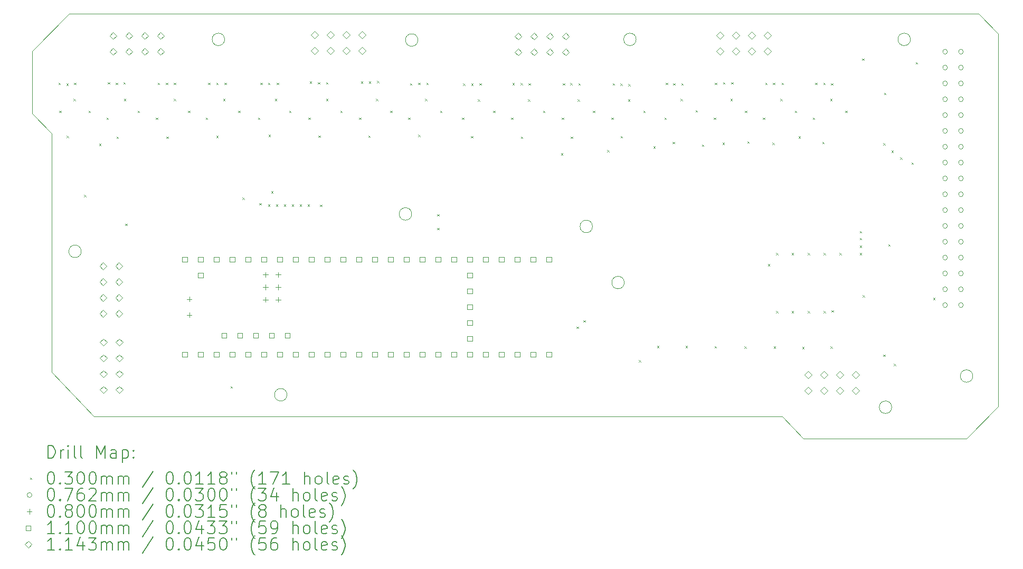
<source format=gbr>
%TF.GenerationSoftware,KiCad,Pcbnew,8.0.3-1.fc40*%
%TF.CreationDate,2024-07-09T23:55:10-04:00*%
%TF.ProjectId,boards_v3,626f6172-6473-45f7-9633-2e6b69636164,rev?*%
%TF.SameCoordinates,Original*%
%TF.FileFunction,Drillmap*%
%TF.FilePolarity,Positive*%
%FSLAX45Y45*%
G04 Gerber Fmt 4.5, Leading zero omitted, Abs format (unit mm)*
G04 Created by KiCad (PCBNEW 8.0.3-1.fc40) date 2024-07-09 23:55:10*
%MOMM*%
%LPD*%
G01*
G04 APERTURE LIST*
%ADD10C,0.050000*%
%ADD11C,0.200000*%
%ADD12C,0.100000*%
%ADD13C,0.110000*%
%ADD14C,0.114300*%
G04 APERTURE END LIST*
D10*
X6800000Y-6000000D02*
G75*
G02*
X6600000Y-6000000I-100000J0D01*
G01*
X6600000Y-6000000D02*
G75*
G02*
X6800000Y-6000000I100000J0D01*
G01*
X15000000Y-5600000D02*
G75*
G02*
X14800000Y-5600000I-100000J0D01*
G01*
X14800000Y-5600000D02*
G75*
G02*
X15000000Y-5600000I100000J0D01*
G01*
X19800000Y-8500000D02*
G75*
G02*
X19600000Y-8500000I-100000J0D01*
G01*
X19600000Y-8500000D02*
G75*
G02*
X19800000Y-8500000I100000J0D01*
G01*
X21100000Y-8000000D02*
G75*
G02*
X20900000Y-8000000I-100000J0D01*
G01*
X20900000Y-8000000D02*
G75*
G02*
X21100000Y-8000000I100000J0D01*
G01*
X21510000Y-2510000D02*
X21510000Y-8490000D01*
X20998153Y-9001847D01*
X18380000Y-9000000D01*
X18045043Y-8651086D01*
X7002225Y-8645950D01*
X6330000Y-7938053D01*
X6330000Y-5977568D01*
X6330000Y-4110000D01*
X6010000Y-3790000D01*
X6010000Y-2790000D01*
X6610000Y-2190000D01*
X21190000Y-2190000D01*
X21510000Y-2510000D01*
X15510000Y-6500000D02*
G75*
G02*
X15310000Y-6500000I-100000J0D01*
G01*
X15310000Y-6500000D02*
G75*
G02*
X15510000Y-6500000I100000J0D01*
G01*
X12200000Y-2610000D02*
G75*
G02*
X12000000Y-2610000I-100000J0D01*
G01*
X12000000Y-2610000D02*
G75*
G02*
X12200000Y-2610000I100000J0D01*
G01*
X20100000Y-2600000D02*
G75*
G02*
X19900000Y-2600000I-100000J0D01*
G01*
X19900000Y-2600000D02*
G75*
G02*
X20100000Y-2600000I100000J0D01*
G01*
X12100000Y-5400000D02*
G75*
G02*
X11900000Y-5400000I-100000J0D01*
G01*
X11900000Y-5400000D02*
G75*
G02*
X12100000Y-5400000I100000J0D01*
G01*
X15700000Y-2600000D02*
G75*
G02*
X15500000Y-2600000I-100000J0D01*
G01*
X15500000Y-2600000D02*
G75*
G02*
X15700000Y-2600000I100000J0D01*
G01*
X9100000Y-2600000D02*
G75*
G02*
X8900000Y-2600000I-100000J0D01*
G01*
X8900000Y-2600000D02*
G75*
G02*
X9100000Y-2600000I100000J0D01*
G01*
X10100000Y-8300000D02*
G75*
G02*
X9900000Y-8300000I-100000J0D01*
G01*
X9900000Y-8300000D02*
G75*
G02*
X10100000Y-8300000I100000J0D01*
G01*
D11*
D12*
X6435000Y-3295000D02*
X6465000Y-3325000D01*
X6465000Y-3295000D02*
X6435000Y-3325000D01*
X6445000Y-3745000D02*
X6475000Y-3775000D01*
X6475000Y-3745000D02*
X6445000Y-3775000D01*
X6560000Y-3310000D02*
X6590000Y-3340000D01*
X6590000Y-3310000D02*
X6560000Y-3340000D01*
X6565000Y-4147000D02*
X6595000Y-4177000D01*
X6595000Y-4147000D02*
X6565000Y-4177000D01*
X6675000Y-3555000D02*
X6705000Y-3585000D01*
X6705000Y-3555000D02*
X6675000Y-3585000D01*
X6685000Y-3295000D02*
X6715000Y-3325000D01*
X6715000Y-3295000D02*
X6685000Y-3325000D01*
X6845000Y-5095000D02*
X6875000Y-5125000D01*
X6875000Y-5095000D02*
X6845000Y-5125000D01*
X6915000Y-3745000D02*
X6945000Y-3775000D01*
X6945000Y-3745000D02*
X6915000Y-3775000D01*
X7085000Y-4275000D02*
X7115000Y-4305000D01*
X7115000Y-4275000D02*
X7085000Y-4305000D01*
X7205000Y-3855000D02*
X7235000Y-3885000D01*
X7235000Y-3855000D02*
X7205000Y-3885000D01*
X7225000Y-3285000D02*
X7255000Y-3315000D01*
X7255000Y-3285000D02*
X7225000Y-3315000D01*
X7355000Y-3295000D02*
X7385000Y-3325000D01*
X7385000Y-3295000D02*
X7355000Y-3325000D01*
X7365000Y-4157000D02*
X7395000Y-4187000D01*
X7395000Y-4157000D02*
X7365000Y-4187000D01*
X7475000Y-3285000D02*
X7505000Y-3315000D01*
X7505000Y-3285000D02*
X7475000Y-3315000D01*
X7485000Y-3555000D02*
X7515000Y-3585000D01*
X7515000Y-3555000D02*
X7485000Y-3585000D01*
X7505000Y-5555000D02*
X7535000Y-5585000D01*
X7535000Y-5555000D02*
X7505000Y-5585000D01*
X7705000Y-3745000D02*
X7735000Y-3775000D01*
X7735000Y-3745000D02*
X7705000Y-3775000D01*
X7995000Y-3855000D02*
X8025000Y-3885000D01*
X8025000Y-3855000D02*
X7995000Y-3885000D01*
X8025000Y-3295000D02*
X8055000Y-3325000D01*
X8055000Y-3295000D02*
X8025000Y-3325000D01*
X8155000Y-3295000D02*
X8185000Y-3325000D01*
X8185000Y-3295000D02*
X8155000Y-3325000D01*
X8165000Y-4157000D02*
X8195000Y-4187000D01*
X8195000Y-4157000D02*
X8165000Y-4187000D01*
X8285000Y-3295000D02*
X8315000Y-3325000D01*
X8315000Y-3295000D02*
X8285000Y-3325000D01*
X8285000Y-3555000D02*
X8315000Y-3585000D01*
X8315000Y-3555000D02*
X8285000Y-3585000D01*
X8515000Y-3745000D02*
X8545000Y-3775000D01*
X8545000Y-3745000D02*
X8515000Y-3775000D01*
X8795000Y-3855000D02*
X8825000Y-3885000D01*
X8825000Y-3855000D02*
X8795000Y-3885000D01*
X8835000Y-3295000D02*
X8865000Y-3325000D01*
X8865000Y-3295000D02*
X8835000Y-3325000D01*
X8965000Y-3295000D02*
X8995000Y-3325000D01*
X8995000Y-3295000D02*
X8965000Y-3325000D01*
X8965000Y-4147000D02*
X8995000Y-4177000D01*
X8995000Y-4147000D02*
X8965000Y-4177000D01*
X9075000Y-3555000D02*
X9105000Y-3585000D01*
X9105000Y-3555000D02*
X9075000Y-3585000D01*
X9095000Y-3295000D02*
X9125000Y-3325000D01*
X9125000Y-3295000D02*
X9095000Y-3325000D01*
X9195000Y-8165000D02*
X9225000Y-8195000D01*
X9225000Y-8165000D02*
X9195000Y-8195000D01*
X9315000Y-3745000D02*
X9345000Y-3775000D01*
X9345000Y-3745000D02*
X9315000Y-3775000D01*
X9385000Y-5135000D02*
X9415000Y-5165000D01*
X9415000Y-5135000D02*
X9385000Y-5165000D01*
X9635000Y-3855000D02*
X9665000Y-3885000D01*
X9665000Y-3855000D02*
X9635000Y-3885000D01*
X9655000Y-5225000D02*
X9685000Y-5255000D01*
X9685000Y-5225000D02*
X9655000Y-5255000D01*
X9675000Y-3295000D02*
X9705000Y-3325000D01*
X9705000Y-3295000D02*
X9675000Y-3325000D01*
X9795000Y-3295000D02*
X9825000Y-3325000D01*
X9825000Y-3295000D02*
X9795000Y-3325000D01*
X9795623Y-5245000D02*
X9825623Y-5275000D01*
X9825623Y-5245000D02*
X9795623Y-5275000D01*
X9805000Y-4130000D02*
X9835000Y-4160000D01*
X9835000Y-4130000D02*
X9805000Y-4160000D01*
X9845000Y-5035000D02*
X9875000Y-5065000D01*
X9875000Y-5035000D02*
X9845000Y-5065000D01*
X9905000Y-3555000D02*
X9935000Y-3585000D01*
X9935000Y-3555000D02*
X9905000Y-3585000D01*
X9922902Y-5245000D02*
X9952902Y-5275000D01*
X9952902Y-5245000D02*
X9922902Y-5275000D01*
X9935000Y-3295000D02*
X9965000Y-3325000D01*
X9965000Y-3295000D02*
X9935000Y-3325000D01*
X10050181Y-5245000D02*
X10080181Y-5275000D01*
X10080181Y-5245000D02*
X10050181Y-5275000D01*
X10135000Y-3745000D02*
X10165000Y-3775000D01*
X10165000Y-3745000D02*
X10135000Y-3775000D01*
X10177460Y-5245000D02*
X10207460Y-5275000D01*
X10207460Y-5245000D02*
X10177460Y-5275000D01*
X10304739Y-5245000D02*
X10334739Y-5275000D01*
X10334739Y-5245000D02*
X10304739Y-5275000D01*
X10432018Y-5245000D02*
X10462018Y-5275000D01*
X10462018Y-5245000D02*
X10432018Y-5275000D01*
X10445000Y-3855000D02*
X10475000Y-3885000D01*
X10475000Y-3855000D02*
X10445000Y-3885000D01*
X10465000Y-3275000D02*
X10495000Y-3305000D01*
X10495000Y-3275000D02*
X10465000Y-3305000D01*
X10595000Y-3285000D02*
X10625000Y-3315000D01*
X10625000Y-3285000D02*
X10595000Y-3315000D01*
X10605000Y-4140000D02*
X10635000Y-4170000D01*
X10635000Y-4140000D02*
X10605000Y-4170000D01*
X10630851Y-5252851D02*
X10660851Y-5282851D01*
X10660851Y-5252851D02*
X10630851Y-5282851D01*
X10725000Y-3285000D02*
X10755000Y-3315000D01*
X10755000Y-3285000D02*
X10725000Y-3315000D01*
X10725000Y-3555000D02*
X10755000Y-3585000D01*
X10755000Y-3555000D02*
X10725000Y-3585000D01*
X10955000Y-3745000D02*
X10985000Y-3775000D01*
X10985000Y-3745000D02*
X10955000Y-3775000D01*
X11255000Y-3855000D02*
X11285000Y-3885000D01*
X11285000Y-3855000D02*
X11255000Y-3885000D01*
X11285000Y-3275000D02*
X11315000Y-3305000D01*
X11315000Y-3275000D02*
X11285000Y-3305000D01*
X11405000Y-4140000D02*
X11435000Y-4170000D01*
X11435000Y-4140000D02*
X11405000Y-4170000D01*
X11413000Y-3273000D02*
X11443000Y-3303000D01*
X11443000Y-3273000D02*
X11413000Y-3303000D01*
X11525000Y-3555000D02*
X11555000Y-3585000D01*
X11555000Y-3555000D02*
X11525000Y-3585000D01*
X11545000Y-3265000D02*
X11575000Y-3295000D01*
X11575000Y-3265000D02*
X11545000Y-3295000D01*
X11755000Y-3745000D02*
X11785000Y-3775000D01*
X11785000Y-3745000D02*
X11755000Y-3775000D01*
X12045000Y-3855000D02*
X12075000Y-3885000D01*
X12075000Y-3855000D02*
X12045000Y-3885000D01*
X12075000Y-3305000D02*
X12105000Y-3335000D01*
X12105000Y-3305000D02*
X12075000Y-3335000D01*
X12205000Y-3295000D02*
X12235000Y-3325000D01*
X12235000Y-3295000D02*
X12205000Y-3325000D01*
X12205000Y-4130000D02*
X12235000Y-4160000D01*
X12235000Y-4130000D02*
X12205000Y-4160000D01*
X12315000Y-3555000D02*
X12345000Y-3585000D01*
X12345000Y-3555000D02*
X12315000Y-3585000D01*
X12335000Y-3295000D02*
X12365000Y-3325000D01*
X12365000Y-3295000D02*
X12335000Y-3325000D01*
X12509000Y-5405000D02*
X12539000Y-5435000D01*
X12539000Y-5405000D02*
X12509000Y-5435000D01*
X12509000Y-5625000D02*
X12539000Y-5655000D01*
X12539000Y-5625000D02*
X12509000Y-5655000D01*
X12555000Y-3745000D02*
X12585000Y-3775000D01*
X12585000Y-3745000D02*
X12555000Y-3775000D01*
X12905000Y-3855000D02*
X12935000Y-3885000D01*
X12935000Y-3855000D02*
X12905000Y-3885000D01*
X12925000Y-3308000D02*
X12955000Y-3338000D01*
X12955000Y-3308000D02*
X12925000Y-3338000D01*
X13051000Y-4149000D02*
X13081000Y-4179000D01*
X13081000Y-4149000D02*
X13051000Y-4179000D01*
X13055000Y-3308000D02*
X13085000Y-3338000D01*
X13085000Y-3308000D02*
X13055000Y-3338000D01*
X13160000Y-3563000D02*
X13190000Y-3593000D01*
X13190000Y-3563000D02*
X13160000Y-3593000D01*
X13185000Y-3305000D02*
X13215000Y-3335000D01*
X13215000Y-3305000D02*
X13185000Y-3335000D01*
X13405000Y-3745000D02*
X13435000Y-3775000D01*
X13435000Y-3745000D02*
X13405000Y-3775000D01*
X13695000Y-3855000D02*
X13725000Y-3885000D01*
X13725000Y-3855000D02*
X13695000Y-3885000D01*
X13715000Y-3298000D02*
X13745000Y-3328000D01*
X13745000Y-3298000D02*
X13715000Y-3328000D01*
X13845000Y-3298000D02*
X13875000Y-3328000D01*
X13875000Y-3298000D02*
X13845000Y-3328000D01*
X13851000Y-4159000D02*
X13881000Y-4189000D01*
X13881000Y-4159000D02*
X13851000Y-4189000D01*
X13965000Y-3563000D02*
X13995000Y-3593000D01*
X13995000Y-3563000D02*
X13965000Y-3593000D01*
X13975000Y-3305000D02*
X14005000Y-3335000D01*
X14005000Y-3305000D02*
X13975000Y-3335000D01*
X14205000Y-3745000D02*
X14235000Y-3775000D01*
X14235000Y-3745000D02*
X14205000Y-3775000D01*
X14495000Y-4425000D02*
X14525000Y-4455000D01*
X14525000Y-4425000D02*
X14495000Y-4455000D01*
X14505000Y-3855000D02*
X14535000Y-3885000D01*
X14535000Y-3855000D02*
X14505000Y-3885000D01*
X14525000Y-3305000D02*
X14555000Y-3335000D01*
X14555000Y-3305000D02*
X14525000Y-3335000D01*
X14645000Y-3298000D02*
X14675000Y-3328000D01*
X14675000Y-3298000D02*
X14645000Y-3328000D01*
X14651000Y-4159000D02*
X14681000Y-4189000D01*
X14681000Y-4159000D02*
X14651000Y-4189000D01*
X14745000Y-7205000D02*
X14775000Y-7235000D01*
X14775000Y-7205000D02*
X14745000Y-7235000D01*
X14760000Y-3563000D02*
X14790000Y-3593000D01*
X14790000Y-3563000D02*
X14760000Y-3593000D01*
X14775000Y-3305000D02*
X14805000Y-3335000D01*
X14805000Y-3305000D02*
X14775000Y-3335000D01*
X14855000Y-7105000D02*
X14885000Y-7135000D01*
X14885000Y-7105000D02*
X14855000Y-7135000D01*
X15005000Y-3745000D02*
X15035000Y-3775000D01*
X15035000Y-3745000D02*
X15005000Y-3775000D01*
X15235000Y-4375000D02*
X15265000Y-4405000D01*
X15265000Y-4375000D02*
X15235000Y-4405000D01*
X15305000Y-3855000D02*
X15335000Y-3885000D01*
X15335000Y-3855000D02*
X15305000Y-3885000D01*
X15325000Y-3305000D02*
X15355000Y-3335000D01*
X15355000Y-3305000D02*
X15325000Y-3335000D01*
X15445000Y-3308000D02*
X15475000Y-3338000D01*
X15475000Y-3308000D02*
X15445000Y-3338000D01*
X15451000Y-4149000D02*
X15481000Y-4179000D01*
X15481000Y-4149000D02*
X15451000Y-4179000D01*
X15570000Y-3563000D02*
X15600000Y-3593000D01*
X15600000Y-3563000D02*
X15570000Y-3593000D01*
X15575000Y-3315000D02*
X15605000Y-3345000D01*
X15605000Y-3315000D02*
X15575000Y-3345000D01*
X15745000Y-7745000D02*
X15775000Y-7775000D01*
X15775000Y-7745000D02*
X15745000Y-7775000D01*
X15815000Y-3745000D02*
X15845000Y-3775000D01*
X15845000Y-3745000D02*
X15815000Y-3775000D01*
X15975000Y-4315000D02*
X16005000Y-4345000D01*
X16005000Y-4315000D02*
X15975000Y-4345000D01*
X16035000Y-7515000D02*
X16065000Y-7545000D01*
X16065000Y-7515000D02*
X16035000Y-7545000D01*
X16155000Y-3855000D02*
X16185000Y-3885000D01*
X16185000Y-3855000D02*
X16155000Y-3885000D01*
X16173000Y-3295000D02*
X16203000Y-3325000D01*
X16203000Y-3295000D02*
X16173000Y-3325000D01*
X16285000Y-4245000D02*
X16315000Y-4275000D01*
X16315000Y-4245000D02*
X16285000Y-4275000D01*
X16293000Y-3305000D02*
X16323000Y-3335000D01*
X16323000Y-3305000D02*
X16293000Y-3335000D01*
X16413000Y-3555000D02*
X16443000Y-3585000D01*
X16443000Y-3555000D02*
X16413000Y-3585000D01*
X16425000Y-3305000D02*
X16455000Y-3335000D01*
X16455000Y-3305000D02*
X16425000Y-3335000D01*
X16492000Y-7518000D02*
X16522000Y-7548000D01*
X16522000Y-7518000D02*
X16492000Y-7548000D01*
X16655000Y-3735000D02*
X16685000Y-3765000D01*
X16685000Y-3735000D02*
X16655000Y-3765000D01*
X16755000Y-4285000D02*
X16785000Y-4315000D01*
X16785000Y-4285000D02*
X16755000Y-4315000D01*
X16945000Y-3855000D02*
X16975000Y-3885000D01*
X16975000Y-3855000D02*
X16945000Y-3885000D01*
X16959000Y-7521500D02*
X16989000Y-7551500D01*
X16989000Y-7521500D02*
X16959000Y-7551500D01*
X16963000Y-3295000D02*
X16993000Y-3325000D01*
X16993000Y-3295000D02*
X16963000Y-3325000D01*
X17085000Y-4255000D02*
X17115000Y-4285000D01*
X17115000Y-4255000D02*
X17085000Y-4285000D01*
X17093000Y-3285000D02*
X17123000Y-3315000D01*
X17123000Y-3285000D02*
X17093000Y-3315000D01*
X17213000Y-3555000D02*
X17243000Y-3585000D01*
X17243000Y-3555000D02*
X17213000Y-3585000D01*
X17223000Y-3285000D02*
X17253000Y-3315000D01*
X17253000Y-3285000D02*
X17223000Y-3315000D01*
X17435000Y-7525000D02*
X17465000Y-7555000D01*
X17465000Y-7525000D02*
X17435000Y-7555000D01*
X17445000Y-3745000D02*
X17475000Y-3775000D01*
X17475000Y-3745000D02*
X17445000Y-3775000D01*
X17485000Y-4235000D02*
X17515000Y-4265000D01*
X17515000Y-4235000D02*
X17485000Y-4265000D01*
X17735000Y-3855000D02*
X17765000Y-3885000D01*
X17765000Y-3855000D02*
X17735000Y-3885000D01*
X17773000Y-3295000D02*
X17803000Y-3325000D01*
X17803000Y-3295000D02*
X17773000Y-3325000D01*
X17815000Y-6205000D02*
X17845000Y-6235000D01*
X17845000Y-6205000D02*
X17815000Y-6235000D01*
X17885000Y-4255000D02*
X17915000Y-4285000D01*
X17915000Y-4255000D02*
X17885000Y-4285000D01*
X17893000Y-3295000D02*
X17923000Y-3325000D01*
X17923000Y-3295000D02*
X17893000Y-3325000D01*
X17905000Y-7525000D02*
X17935000Y-7555000D01*
X17935000Y-7525000D02*
X17905000Y-7555000D01*
X17945000Y-6025000D02*
X17975000Y-6055000D01*
X17975000Y-6025000D02*
X17945000Y-6055000D01*
X17945000Y-6955000D02*
X17975000Y-6985000D01*
X17975000Y-6955000D02*
X17945000Y-6985000D01*
X18013000Y-3555000D02*
X18043000Y-3585000D01*
X18043000Y-3555000D02*
X18013000Y-3585000D01*
X18035000Y-3295000D02*
X18065000Y-3325000D01*
X18065000Y-3295000D02*
X18035000Y-3325000D01*
X18195000Y-6025000D02*
X18225000Y-6055000D01*
X18225000Y-6025000D02*
X18195000Y-6055000D01*
X18195000Y-6955000D02*
X18225000Y-6985000D01*
X18225000Y-6955000D02*
X18195000Y-6985000D01*
X18245000Y-3745000D02*
X18275000Y-3775000D01*
X18275000Y-3745000D02*
X18245000Y-3775000D01*
X18305000Y-4155000D02*
X18335000Y-4185000D01*
X18335000Y-4155000D02*
X18305000Y-4185000D01*
X18365000Y-7535000D02*
X18395000Y-7565000D01*
X18395000Y-7535000D02*
X18365000Y-7565000D01*
X18455000Y-6025000D02*
X18485000Y-6055000D01*
X18485000Y-6025000D02*
X18455000Y-6055000D01*
X18455000Y-6955000D02*
X18485000Y-6985000D01*
X18485000Y-6955000D02*
X18455000Y-6985000D01*
X18535000Y-3855000D02*
X18565000Y-3885000D01*
X18565000Y-3855000D02*
X18535000Y-3885000D01*
X18573000Y-3295000D02*
X18603000Y-3325000D01*
X18603000Y-3295000D02*
X18573000Y-3325000D01*
X18685000Y-4245000D02*
X18715000Y-4275000D01*
X18715000Y-4245000D02*
X18685000Y-4275000D01*
X18703000Y-3295000D02*
X18733000Y-3325000D01*
X18733000Y-3295000D02*
X18703000Y-3325000D01*
X18705000Y-6025000D02*
X18735000Y-6055000D01*
X18735000Y-6025000D02*
X18705000Y-6055000D01*
X18705000Y-6955000D02*
X18735000Y-6985000D01*
X18735000Y-6955000D02*
X18705000Y-6985000D01*
X18813000Y-3555000D02*
X18843000Y-3585000D01*
X18843000Y-3555000D02*
X18813000Y-3585000D01*
X18815000Y-7525000D02*
X18845000Y-7555000D01*
X18845000Y-7525000D02*
X18815000Y-7555000D01*
X18825000Y-3305000D02*
X18855000Y-3335000D01*
X18855000Y-3305000D02*
X18825000Y-3335000D01*
X18835000Y-6945000D02*
X18865000Y-6975000D01*
X18865000Y-6945000D02*
X18835000Y-6975000D01*
X18960000Y-6025000D02*
X18990000Y-6055000D01*
X18990000Y-6025000D02*
X18960000Y-6055000D01*
X19055000Y-3745000D02*
X19085000Y-3775000D01*
X19085000Y-3745000D02*
X19055000Y-3775000D01*
X19285000Y-5675000D02*
X19315000Y-5705000D01*
X19315000Y-5675000D02*
X19285000Y-5705000D01*
X19285000Y-5785000D02*
X19315000Y-5815000D01*
X19315000Y-5785000D02*
X19285000Y-5815000D01*
X19285000Y-5905000D02*
X19315000Y-5935000D01*
X19315000Y-5905000D02*
X19285000Y-5935000D01*
X19285000Y-6025000D02*
X19315000Y-6055000D01*
X19315000Y-6025000D02*
X19285000Y-6055000D01*
X19325000Y-2905000D02*
X19355000Y-2935000D01*
X19355000Y-2905000D02*
X19325000Y-2935000D01*
X19335000Y-6705000D02*
X19365000Y-6735000D01*
X19365000Y-6705000D02*
X19335000Y-6735000D01*
X19665000Y-4265000D02*
X19695000Y-4295000D01*
X19695000Y-4265000D02*
X19665000Y-4295000D01*
X19665000Y-7655000D02*
X19695000Y-7685000D01*
X19695000Y-7655000D02*
X19665000Y-7685000D01*
X19675000Y-3455000D02*
X19705000Y-3485000D01*
X19705000Y-3455000D02*
X19675000Y-3485000D01*
X19745000Y-5885000D02*
X19775000Y-5915000D01*
X19775000Y-5885000D02*
X19745000Y-5915000D01*
X19795000Y-4385000D02*
X19825000Y-4415000D01*
X19825000Y-4385000D02*
X19795000Y-4415000D01*
X19835000Y-7805000D02*
X19865000Y-7835000D01*
X19865000Y-7805000D02*
X19835000Y-7835000D01*
X19935000Y-4495000D02*
X19965000Y-4525000D01*
X19965000Y-4495000D02*
X19935000Y-4525000D01*
X20115000Y-4575000D02*
X20145000Y-4605000D01*
X20145000Y-4575000D02*
X20115000Y-4605000D01*
X20185000Y-2965000D02*
X20215000Y-2995000D01*
X20215000Y-2965000D02*
X20185000Y-2995000D01*
X20465000Y-6745000D02*
X20495000Y-6775000D01*
X20495000Y-6745000D02*
X20465000Y-6775000D01*
X20694100Y-2798000D02*
G75*
G02*
X20617900Y-2798000I-38100J0D01*
G01*
X20617900Y-2798000D02*
G75*
G02*
X20694100Y-2798000I38100J0D01*
G01*
X20694100Y-3052000D02*
G75*
G02*
X20617900Y-3052000I-38100J0D01*
G01*
X20617900Y-3052000D02*
G75*
G02*
X20694100Y-3052000I38100J0D01*
G01*
X20694100Y-3306000D02*
G75*
G02*
X20617900Y-3306000I-38100J0D01*
G01*
X20617900Y-3306000D02*
G75*
G02*
X20694100Y-3306000I38100J0D01*
G01*
X20694100Y-3560000D02*
G75*
G02*
X20617900Y-3560000I-38100J0D01*
G01*
X20617900Y-3560000D02*
G75*
G02*
X20694100Y-3560000I38100J0D01*
G01*
X20694100Y-3814000D02*
G75*
G02*
X20617900Y-3814000I-38100J0D01*
G01*
X20617900Y-3814000D02*
G75*
G02*
X20694100Y-3814000I38100J0D01*
G01*
X20694100Y-4068000D02*
G75*
G02*
X20617900Y-4068000I-38100J0D01*
G01*
X20617900Y-4068000D02*
G75*
G02*
X20694100Y-4068000I38100J0D01*
G01*
X20694100Y-4322000D02*
G75*
G02*
X20617900Y-4322000I-38100J0D01*
G01*
X20617900Y-4322000D02*
G75*
G02*
X20694100Y-4322000I38100J0D01*
G01*
X20694100Y-4576000D02*
G75*
G02*
X20617900Y-4576000I-38100J0D01*
G01*
X20617900Y-4576000D02*
G75*
G02*
X20694100Y-4576000I38100J0D01*
G01*
X20694100Y-4830000D02*
G75*
G02*
X20617900Y-4830000I-38100J0D01*
G01*
X20617900Y-4830000D02*
G75*
G02*
X20694100Y-4830000I38100J0D01*
G01*
X20694100Y-5084000D02*
G75*
G02*
X20617900Y-5084000I-38100J0D01*
G01*
X20617900Y-5084000D02*
G75*
G02*
X20694100Y-5084000I38100J0D01*
G01*
X20694100Y-5338000D02*
G75*
G02*
X20617900Y-5338000I-38100J0D01*
G01*
X20617900Y-5338000D02*
G75*
G02*
X20694100Y-5338000I38100J0D01*
G01*
X20694100Y-5592000D02*
G75*
G02*
X20617900Y-5592000I-38100J0D01*
G01*
X20617900Y-5592000D02*
G75*
G02*
X20694100Y-5592000I38100J0D01*
G01*
X20694100Y-5846000D02*
G75*
G02*
X20617900Y-5846000I-38100J0D01*
G01*
X20617900Y-5846000D02*
G75*
G02*
X20694100Y-5846000I38100J0D01*
G01*
X20694100Y-6100000D02*
G75*
G02*
X20617900Y-6100000I-38100J0D01*
G01*
X20617900Y-6100000D02*
G75*
G02*
X20694100Y-6100000I38100J0D01*
G01*
X20694100Y-6354000D02*
G75*
G02*
X20617900Y-6354000I-38100J0D01*
G01*
X20617900Y-6354000D02*
G75*
G02*
X20694100Y-6354000I38100J0D01*
G01*
X20694100Y-6608000D02*
G75*
G02*
X20617900Y-6608000I-38100J0D01*
G01*
X20617900Y-6608000D02*
G75*
G02*
X20694100Y-6608000I38100J0D01*
G01*
X20694100Y-6862000D02*
G75*
G02*
X20617900Y-6862000I-38100J0D01*
G01*
X20617900Y-6862000D02*
G75*
G02*
X20694100Y-6862000I38100J0D01*
G01*
X20948100Y-2798000D02*
G75*
G02*
X20871900Y-2798000I-38100J0D01*
G01*
X20871900Y-2798000D02*
G75*
G02*
X20948100Y-2798000I38100J0D01*
G01*
X20948100Y-3052000D02*
G75*
G02*
X20871900Y-3052000I-38100J0D01*
G01*
X20871900Y-3052000D02*
G75*
G02*
X20948100Y-3052000I38100J0D01*
G01*
X20948100Y-3306000D02*
G75*
G02*
X20871900Y-3306000I-38100J0D01*
G01*
X20871900Y-3306000D02*
G75*
G02*
X20948100Y-3306000I38100J0D01*
G01*
X20948100Y-3560000D02*
G75*
G02*
X20871900Y-3560000I-38100J0D01*
G01*
X20871900Y-3560000D02*
G75*
G02*
X20948100Y-3560000I38100J0D01*
G01*
X20948100Y-3814000D02*
G75*
G02*
X20871900Y-3814000I-38100J0D01*
G01*
X20871900Y-3814000D02*
G75*
G02*
X20948100Y-3814000I38100J0D01*
G01*
X20948100Y-4068000D02*
G75*
G02*
X20871900Y-4068000I-38100J0D01*
G01*
X20871900Y-4068000D02*
G75*
G02*
X20948100Y-4068000I38100J0D01*
G01*
X20948100Y-4322000D02*
G75*
G02*
X20871900Y-4322000I-38100J0D01*
G01*
X20871900Y-4322000D02*
G75*
G02*
X20948100Y-4322000I38100J0D01*
G01*
X20948100Y-4576000D02*
G75*
G02*
X20871900Y-4576000I-38100J0D01*
G01*
X20871900Y-4576000D02*
G75*
G02*
X20948100Y-4576000I38100J0D01*
G01*
X20948100Y-4830000D02*
G75*
G02*
X20871900Y-4830000I-38100J0D01*
G01*
X20871900Y-4830000D02*
G75*
G02*
X20948100Y-4830000I38100J0D01*
G01*
X20948100Y-5084000D02*
G75*
G02*
X20871900Y-5084000I-38100J0D01*
G01*
X20871900Y-5084000D02*
G75*
G02*
X20948100Y-5084000I38100J0D01*
G01*
X20948100Y-5338000D02*
G75*
G02*
X20871900Y-5338000I-38100J0D01*
G01*
X20871900Y-5338000D02*
G75*
G02*
X20948100Y-5338000I38100J0D01*
G01*
X20948100Y-5592000D02*
G75*
G02*
X20871900Y-5592000I-38100J0D01*
G01*
X20871900Y-5592000D02*
G75*
G02*
X20948100Y-5592000I38100J0D01*
G01*
X20948100Y-5846000D02*
G75*
G02*
X20871900Y-5846000I-38100J0D01*
G01*
X20871900Y-5846000D02*
G75*
G02*
X20948100Y-5846000I38100J0D01*
G01*
X20948100Y-6100000D02*
G75*
G02*
X20871900Y-6100000I-38100J0D01*
G01*
X20871900Y-6100000D02*
G75*
G02*
X20948100Y-6100000I38100J0D01*
G01*
X20948100Y-6354000D02*
G75*
G02*
X20871900Y-6354000I-38100J0D01*
G01*
X20871900Y-6354000D02*
G75*
G02*
X20948100Y-6354000I38100J0D01*
G01*
X20948100Y-6608000D02*
G75*
G02*
X20871900Y-6608000I-38100J0D01*
G01*
X20871900Y-6608000D02*
G75*
G02*
X20948100Y-6608000I38100J0D01*
G01*
X20948100Y-6862000D02*
G75*
G02*
X20871900Y-6862000I-38100J0D01*
G01*
X20871900Y-6862000D02*
G75*
G02*
X20948100Y-6862000I38100J0D01*
G01*
X8533000Y-6725000D02*
X8533000Y-6805000D01*
X8493000Y-6765000D02*
X8573000Y-6765000D01*
X8533000Y-6979000D02*
X8533000Y-7059000D01*
X8493000Y-7019000D02*
X8573000Y-7019000D01*
X9757000Y-6333840D02*
X9757000Y-6413840D01*
X9717000Y-6373840D02*
X9797000Y-6373840D01*
X9757000Y-6533840D02*
X9757000Y-6613840D01*
X9717000Y-6573840D02*
X9797000Y-6573840D01*
X9757000Y-6733840D02*
X9757000Y-6813840D01*
X9717000Y-6773840D02*
X9797000Y-6773840D01*
X9957000Y-6333840D02*
X9957000Y-6413840D01*
X9917000Y-6373840D02*
X9997000Y-6373840D01*
X9957000Y-6533840D02*
X9957000Y-6613840D01*
X9917000Y-6573840D02*
X9997000Y-6573840D01*
X9957000Y-6733840D02*
X9957000Y-6813840D01*
X9917000Y-6773840D02*
X9997000Y-6773840D01*
D13*
X8498891Y-6168891D02*
X8498891Y-6091109D01*
X8421109Y-6091109D01*
X8421109Y-6168891D01*
X8498891Y-6168891D01*
X8498891Y-7692891D02*
X8498891Y-7615109D01*
X8421109Y-7615109D01*
X8421109Y-7692891D01*
X8498891Y-7692891D01*
X8752891Y-6168891D02*
X8752891Y-6091109D01*
X8675109Y-6091109D01*
X8675109Y-6168891D01*
X8752891Y-6168891D01*
X8752891Y-7692891D02*
X8752891Y-7615109D01*
X8675109Y-7615109D01*
X8675109Y-7692891D01*
X8752891Y-7692891D01*
X8752891Y-6422891D02*
X8752891Y-6345109D01*
X8675109Y-6345109D01*
X8675109Y-6422891D01*
X8752891Y-6422891D01*
X9006891Y-6168891D02*
X9006891Y-6091109D01*
X8929109Y-6091109D01*
X8929109Y-6168891D01*
X9006891Y-6168891D01*
X9006891Y-7692891D02*
X9006891Y-7615109D01*
X8929109Y-7615109D01*
X8929109Y-7692891D01*
X9006891Y-7692891D01*
X9128811Y-7387811D02*
X9128811Y-7310029D01*
X9051029Y-7310029D01*
X9051029Y-7387811D01*
X9128811Y-7387811D01*
X9260891Y-6168891D02*
X9260891Y-6091109D01*
X9183109Y-6091109D01*
X9183109Y-6168891D01*
X9260891Y-6168891D01*
X9260891Y-7692891D02*
X9260891Y-7615109D01*
X9183109Y-7615109D01*
X9183109Y-7692891D01*
X9260891Y-7692891D01*
X9382811Y-7387811D02*
X9382811Y-7310029D01*
X9305029Y-7310029D01*
X9305029Y-7387811D01*
X9382811Y-7387811D01*
X9514891Y-6168891D02*
X9514891Y-6091109D01*
X9437109Y-6091109D01*
X9437109Y-6168891D01*
X9514891Y-6168891D01*
X9514891Y-7692891D02*
X9514891Y-7615109D01*
X9437109Y-7615109D01*
X9437109Y-7692891D01*
X9514891Y-7692891D01*
X9636811Y-7387811D02*
X9636811Y-7310029D01*
X9559029Y-7310029D01*
X9559029Y-7387811D01*
X9636811Y-7387811D01*
X9768891Y-6168891D02*
X9768891Y-6091109D01*
X9691109Y-6091109D01*
X9691109Y-6168891D01*
X9768891Y-6168891D01*
X9768891Y-7692891D02*
X9768891Y-7615109D01*
X9691109Y-7615109D01*
X9691109Y-7692891D01*
X9768891Y-7692891D01*
X9890811Y-7387811D02*
X9890811Y-7310029D01*
X9813029Y-7310029D01*
X9813029Y-7387811D01*
X9890811Y-7387811D01*
X10022891Y-6168891D02*
X10022891Y-6091109D01*
X9945109Y-6091109D01*
X9945109Y-6168891D01*
X10022891Y-6168891D01*
X10022891Y-7692891D02*
X10022891Y-7615109D01*
X9945109Y-7615109D01*
X9945109Y-7692891D01*
X10022891Y-7692891D01*
X10144811Y-7387811D02*
X10144811Y-7310029D01*
X10067029Y-7310029D01*
X10067029Y-7387811D01*
X10144811Y-7387811D01*
X10276891Y-6168891D02*
X10276891Y-6091109D01*
X10199109Y-6091109D01*
X10199109Y-6168891D01*
X10276891Y-6168891D01*
X10276891Y-7692891D02*
X10276891Y-7615109D01*
X10199109Y-7615109D01*
X10199109Y-7692891D01*
X10276891Y-7692891D01*
X10530891Y-6168891D02*
X10530891Y-6091109D01*
X10453109Y-6091109D01*
X10453109Y-6168891D01*
X10530891Y-6168891D01*
X10530891Y-7692891D02*
X10530891Y-7615109D01*
X10453109Y-7615109D01*
X10453109Y-7692891D01*
X10530891Y-7692891D01*
X10784891Y-6168891D02*
X10784891Y-6091109D01*
X10707109Y-6091109D01*
X10707109Y-6168891D01*
X10784891Y-6168891D01*
X10784891Y-7692891D02*
X10784891Y-7615109D01*
X10707109Y-7615109D01*
X10707109Y-7692891D01*
X10784891Y-7692891D01*
X11038891Y-6168891D02*
X11038891Y-6091109D01*
X10961109Y-6091109D01*
X10961109Y-6168891D01*
X11038891Y-6168891D01*
X11038891Y-7692891D02*
X11038891Y-7615109D01*
X10961109Y-7615109D01*
X10961109Y-7692891D01*
X11038891Y-7692891D01*
X11292891Y-6168891D02*
X11292891Y-6091109D01*
X11215109Y-6091109D01*
X11215109Y-6168891D01*
X11292891Y-6168891D01*
X11292891Y-7692891D02*
X11292891Y-7615109D01*
X11215109Y-7615109D01*
X11215109Y-7692891D01*
X11292891Y-7692891D01*
X11546891Y-6168891D02*
X11546891Y-6091109D01*
X11469109Y-6091109D01*
X11469109Y-6168891D01*
X11546891Y-6168891D01*
X11546891Y-7692891D02*
X11546891Y-7615109D01*
X11469109Y-7615109D01*
X11469109Y-7692891D01*
X11546891Y-7692891D01*
X11800891Y-6168891D02*
X11800891Y-6091109D01*
X11723109Y-6091109D01*
X11723109Y-6168891D01*
X11800891Y-6168891D01*
X11800891Y-7692891D02*
X11800891Y-7615109D01*
X11723109Y-7615109D01*
X11723109Y-7692891D01*
X11800891Y-7692891D01*
X12054891Y-6168891D02*
X12054891Y-6091109D01*
X11977109Y-6091109D01*
X11977109Y-6168891D01*
X12054891Y-6168891D01*
X12054891Y-7692891D02*
X12054891Y-7615109D01*
X11977109Y-7615109D01*
X11977109Y-7692891D01*
X12054891Y-7692891D01*
X12308891Y-6168891D02*
X12308891Y-6091109D01*
X12231109Y-6091109D01*
X12231109Y-6168891D01*
X12308891Y-6168891D01*
X12308891Y-7692891D02*
X12308891Y-7615109D01*
X12231109Y-7615109D01*
X12231109Y-7692891D01*
X12308891Y-7692891D01*
X12562891Y-6168891D02*
X12562891Y-6091109D01*
X12485109Y-6091109D01*
X12485109Y-6168891D01*
X12562891Y-6168891D01*
X12562891Y-7692891D02*
X12562891Y-7615109D01*
X12485109Y-7615109D01*
X12485109Y-7692891D01*
X12562891Y-7692891D01*
X12816891Y-6168891D02*
X12816891Y-6091109D01*
X12739109Y-6091109D01*
X12739109Y-6168891D01*
X12816891Y-6168891D01*
X12816891Y-7692891D02*
X12816891Y-7615109D01*
X12739109Y-7615109D01*
X12739109Y-7692891D01*
X12816891Y-7692891D01*
X13070891Y-6168891D02*
X13070891Y-6091109D01*
X12993109Y-6091109D01*
X12993109Y-6168891D01*
X13070891Y-6168891D01*
X13070891Y-6422891D02*
X13070891Y-6345109D01*
X12993109Y-6345109D01*
X12993109Y-6422891D01*
X13070891Y-6422891D01*
X13070891Y-6676891D02*
X13070891Y-6599109D01*
X12993109Y-6599109D01*
X12993109Y-6676891D01*
X13070891Y-6676891D01*
X13070891Y-6930891D02*
X13070891Y-6853109D01*
X12993109Y-6853109D01*
X12993109Y-6930891D01*
X13070891Y-6930891D01*
X13070891Y-7184891D02*
X13070891Y-7107109D01*
X12993109Y-7107109D01*
X12993109Y-7184891D01*
X13070891Y-7184891D01*
X13070891Y-7438891D02*
X13070891Y-7361109D01*
X12993109Y-7361109D01*
X12993109Y-7438891D01*
X13070891Y-7438891D01*
X13070891Y-7692891D02*
X13070891Y-7615109D01*
X12993109Y-7615109D01*
X12993109Y-7692891D01*
X13070891Y-7692891D01*
X13324891Y-6168891D02*
X13324891Y-6091109D01*
X13247109Y-6091109D01*
X13247109Y-6168891D01*
X13324891Y-6168891D01*
X13324891Y-7692891D02*
X13324891Y-7615109D01*
X13247109Y-7615109D01*
X13247109Y-7692891D01*
X13324891Y-7692891D01*
X13578891Y-6168891D02*
X13578891Y-6091109D01*
X13501109Y-6091109D01*
X13501109Y-6168891D01*
X13578891Y-6168891D01*
X13578891Y-7692891D02*
X13578891Y-7615109D01*
X13501109Y-7615109D01*
X13501109Y-7692891D01*
X13578891Y-7692891D01*
X13832891Y-6168891D02*
X13832891Y-6091109D01*
X13755109Y-6091109D01*
X13755109Y-6168891D01*
X13832891Y-6168891D01*
X13832891Y-7692891D02*
X13832891Y-7615109D01*
X13755109Y-7615109D01*
X13755109Y-7692891D01*
X13832891Y-7692891D01*
X14086891Y-6168891D02*
X14086891Y-6091109D01*
X14009109Y-6091109D01*
X14009109Y-6168891D01*
X14086891Y-6168891D01*
X14086891Y-7692891D02*
X14086891Y-7615109D01*
X14009109Y-7615109D01*
X14009109Y-7692891D01*
X14086891Y-7692891D01*
X14340891Y-6168891D02*
X14340891Y-6091109D01*
X14263109Y-6091109D01*
X14263109Y-6168891D01*
X14340891Y-6168891D01*
X14340891Y-7692891D02*
X14340891Y-7615109D01*
X14263109Y-7615109D01*
X14263109Y-7692891D01*
X14340891Y-7692891D01*
D14*
X7150000Y-6293150D02*
X7207150Y-6236000D01*
X7150000Y-6178850D01*
X7092850Y-6236000D01*
X7150000Y-6293150D01*
X7150000Y-6547150D02*
X7207150Y-6490000D01*
X7150000Y-6432850D01*
X7092850Y-6490000D01*
X7150000Y-6547150D01*
X7150000Y-6801150D02*
X7207150Y-6744000D01*
X7150000Y-6686850D01*
X7092850Y-6744000D01*
X7150000Y-6801150D01*
X7150000Y-7055150D02*
X7207150Y-6998000D01*
X7150000Y-6940850D01*
X7092850Y-6998000D01*
X7150000Y-7055150D01*
X7156000Y-7515150D02*
X7213150Y-7458000D01*
X7156000Y-7400850D01*
X7098850Y-7458000D01*
X7156000Y-7515150D01*
X7156000Y-7769150D02*
X7213150Y-7712000D01*
X7156000Y-7654850D01*
X7098850Y-7712000D01*
X7156000Y-7769150D01*
X7156000Y-8023150D02*
X7213150Y-7966000D01*
X7156000Y-7908850D01*
X7098850Y-7966000D01*
X7156000Y-8023150D01*
X7156000Y-8277150D02*
X7213150Y-8220000D01*
X7156000Y-8162850D01*
X7098850Y-8220000D01*
X7156000Y-8277150D01*
X7312000Y-2597150D02*
X7369150Y-2540000D01*
X7312000Y-2482850D01*
X7254850Y-2540000D01*
X7312000Y-2597150D01*
X7312000Y-2851150D02*
X7369150Y-2794000D01*
X7312000Y-2736850D01*
X7254850Y-2794000D01*
X7312000Y-2851150D01*
X7404000Y-6293150D02*
X7461150Y-6236000D01*
X7404000Y-6178850D01*
X7346850Y-6236000D01*
X7404000Y-6293150D01*
X7404000Y-6547150D02*
X7461150Y-6490000D01*
X7404000Y-6432850D01*
X7346850Y-6490000D01*
X7404000Y-6547150D01*
X7404000Y-6801150D02*
X7461150Y-6744000D01*
X7404000Y-6686850D01*
X7346850Y-6744000D01*
X7404000Y-6801150D01*
X7404000Y-7055150D02*
X7461150Y-6998000D01*
X7404000Y-6940850D01*
X7346850Y-6998000D01*
X7404000Y-7055150D01*
X7410000Y-7515150D02*
X7467150Y-7458000D01*
X7410000Y-7400850D01*
X7352850Y-7458000D01*
X7410000Y-7515150D01*
X7410000Y-7769150D02*
X7467150Y-7712000D01*
X7410000Y-7654850D01*
X7352850Y-7712000D01*
X7410000Y-7769150D01*
X7410000Y-8023150D02*
X7467150Y-7966000D01*
X7410000Y-7908850D01*
X7352850Y-7966000D01*
X7410000Y-8023150D01*
X7410000Y-8277150D02*
X7467150Y-8220000D01*
X7410000Y-8162850D01*
X7352850Y-8220000D01*
X7410000Y-8277150D01*
X7566000Y-2597150D02*
X7623150Y-2540000D01*
X7566000Y-2482850D01*
X7508850Y-2540000D01*
X7566000Y-2597150D01*
X7566000Y-2851150D02*
X7623150Y-2794000D01*
X7566000Y-2736850D01*
X7508850Y-2794000D01*
X7566000Y-2851150D01*
X7820000Y-2597150D02*
X7877150Y-2540000D01*
X7820000Y-2482850D01*
X7762850Y-2540000D01*
X7820000Y-2597150D01*
X7820000Y-2851150D02*
X7877150Y-2794000D01*
X7820000Y-2736850D01*
X7762850Y-2794000D01*
X7820000Y-2851150D01*
X8074000Y-2597150D02*
X8131150Y-2540000D01*
X8074000Y-2482850D01*
X8016850Y-2540000D01*
X8074000Y-2597150D01*
X8074000Y-2851150D02*
X8131150Y-2794000D01*
X8074000Y-2736850D01*
X8016850Y-2794000D01*
X8074000Y-2851150D01*
X10542000Y-2583150D02*
X10599150Y-2526000D01*
X10542000Y-2468850D01*
X10484850Y-2526000D01*
X10542000Y-2583150D01*
X10542000Y-2837150D02*
X10599150Y-2780000D01*
X10542000Y-2722850D01*
X10484850Y-2780000D01*
X10542000Y-2837150D01*
X10796000Y-2583150D02*
X10853150Y-2526000D01*
X10796000Y-2468850D01*
X10738850Y-2526000D01*
X10796000Y-2583150D01*
X10796000Y-2837150D02*
X10853150Y-2780000D01*
X10796000Y-2722850D01*
X10738850Y-2780000D01*
X10796000Y-2837150D01*
X11050000Y-2583150D02*
X11107150Y-2526000D01*
X11050000Y-2468850D01*
X10992850Y-2526000D01*
X11050000Y-2583150D01*
X11050000Y-2837150D02*
X11107150Y-2780000D01*
X11050000Y-2722850D01*
X10992850Y-2780000D01*
X11050000Y-2837150D01*
X11304000Y-2583150D02*
X11361150Y-2526000D01*
X11304000Y-2468850D01*
X11246850Y-2526000D01*
X11304000Y-2583150D01*
X11304000Y-2837150D02*
X11361150Y-2780000D01*
X11304000Y-2722850D01*
X11246850Y-2780000D01*
X11304000Y-2837150D01*
X13808000Y-2606150D02*
X13865150Y-2549000D01*
X13808000Y-2491850D01*
X13750850Y-2549000D01*
X13808000Y-2606150D01*
X13808000Y-2860150D02*
X13865150Y-2803000D01*
X13808000Y-2745850D01*
X13750850Y-2803000D01*
X13808000Y-2860150D01*
X14062000Y-2606150D02*
X14119150Y-2549000D01*
X14062000Y-2491850D01*
X14004850Y-2549000D01*
X14062000Y-2606150D01*
X14062000Y-2860150D02*
X14119150Y-2803000D01*
X14062000Y-2745850D01*
X14004850Y-2803000D01*
X14062000Y-2860150D01*
X14316000Y-2606150D02*
X14373150Y-2549000D01*
X14316000Y-2491850D01*
X14258850Y-2549000D01*
X14316000Y-2606150D01*
X14316000Y-2860150D02*
X14373150Y-2803000D01*
X14316000Y-2745850D01*
X14258850Y-2803000D01*
X14316000Y-2860150D01*
X14570000Y-2606150D02*
X14627150Y-2549000D01*
X14570000Y-2491850D01*
X14512850Y-2549000D01*
X14570000Y-2606150D01*
X14570000Y-2860150D02*
X14627150Y-2803000D01*
X14570000Y-2745850D01*
X14512850Y-2803000D01*
X14570000Y-2860150D01*
X17046000Y-2593150D02*
X17103150Y-2536000D01*
X17046000Y-2478850D01*
X16988850Y-2536000D01*
X17046000Y-2593150D01*
X17046000Y-2847150D02*
X17103150Y-2790000D01*
X17046000Y-2732850D01*
X16988850Y-2790000D01*
X17046000Y-2847150D01*
X17300000Y-2593150D02*
X17357150Y-2536000D01*
X17300000Y-2478850D01*
X17242850Y-2536000D01*
X17300000Y-2593150D01*
X17300000Y-2847150D02*
X17357150Y-2790000D01*
X17300000Y-2732850D01*
X17242850Y-2790000D01*
X17300000Y-2847150D01*
X17554000Y-2593150D02*
X17611150Y-2536000D01*
X17554000Y-2478850D01*
X17496850Y-2536000D01*
X17554000Y-2593150D01*
X17554000Y-2847150D02*
X17611150Y-2790000D01*
X17554000Y-2732850D01*
X17496850Y-2790000D01*
X17554000Y-2847150D01*
X17808000Y-2593150D02*
X17865150Y-2536000D01*
X17808000Y-2478850D01*
X17750850Y-2536000D01*
X17808000Y-2593150D01*
X17808000Y-2847150D02*
X17865150Y-2790000D01*
X17808000Y-2732850D01*
X17750850Y-2790000D01*
X17808000Y-2847150D01*
X18458000Y-8037150D02*
X18515150Y-7980000D01*
X18458000Y-7922850D01*
X18400850Y-7980000D01*
X18458000Y-8037150D01*
X18458000Y-8291150D02*
X18515150Y-8234000D01*
X18458000Y-8176850D01*
X18400850Y-8234000D01*
X18458000Y-8291150D01*
X18712000Y-8037150D02*
X18769150Y-7980000D01*
X18712000Y-7922850D01*
X18654850Y-7980000D01*
X18712000Y-8037150D01*
X18712000Y-8291150D02*
X18769150Y-8234000D01*
X18712000Y-8176850D01*
X18654850Y-8234000D01*
X18712000Y-8291150D01*
X18966000Y-8037150D02*
X19023150Y-7980000D01*
X18966000Y-7922850D01*
X18908850Y-7980000D01*
X18966000Y-8037150D01*
X18966000Y-8291150D02*
X19023150Y-8234000D01*
X18966000Y-8176850D01*
X18908850Y-8234000D01*
X18966000Y-8291150D01*
X19220000Y-8037150D02*
X19277150Y-7980000D01*
X19220000Y-7922850D01*
X19162850Y-7980000D01*
X19220000Y-8037150D01*
X19220000Y-8291150D02*
X19277150Y-8234000D01*
X19220000Y-8176850D01*
X19162850Y-8234000D01*
X19220000Y-8291150D01*
D11*
X6268277Y-9315831D02*
X6268277Y-9115831D01*
X6268277Y-9115831D02*
X6315896Y-9115831D01*
X6315896Y-9115831D02*
X6344467Y-9125355D01*
X6344467Y-9125355D02*
X6363515Y-9144402D01*
X6363515Y-9144402D02*
X6373039Y-9163450D01*
X6373039Y-9163450D02*
X6382562Y-9201545D01*
X6382562Y-9201545D02*
X6382562Y-9230117D01*
X6382562Y-9230117D02*
X6373039Y-9268212D01*
X6373039Y-9268212D02*
X6363515Y-9287259D01*
X6363515Y-9287259D02*
X6344467Y-9306307D01*
X6344467Y-9306307D02*
X6315896Y-9315831D01*
X6315896Y-9315831D02*
X6268277Y-9315831D01*
X6468277Y-9315831D02*
X6468277Y-9182498D01*
X6468277Y-9220593D02*
X6477801Y-9201545D01*
X6477801Y-9201545D02*
X6487324Y-9192021D01*
X6487324Y-9192021D02*
X6506372Y-9182498D01*
X6506372Y-9182498D02*
X6525420Y-9182498D01*
X6592086Y-9315831D02*
X6592086Y-9182498D01*
X6592086Y-9115831D02*
X6582562Y-9125355D01*
X6582562Y-9125355D02*
X6592086Y-9134879D01*
X6592086Y-9134879D02*
X6601610Y-9125355D01*
X6601610Y-9125355D02*
X6592086Y-9115831D01*
X6592086Y-9115831D02*
X6592086Y-9134879D01*
X6715896Y-9315831D02*
X6696848Y-9306307D01*
X6696848Y-9306307D02*
X6687324Y-9287259D01*
X6687324Y-9287259D02*
X6687324Y-9115831D01*
X6820658Y-9315831D02*
X6801610Y-9306307D01*
X6801610Y-9306307D02*
X6792086Y-9287259D01*
X6792086Y-9287259D02*
X6792086Y-9115831D01*
X7049229Y-9315831D02*
X7049229Y-9115831D01*
X7049229Y-9115831D02*
X7115896Y-9258688D01*
X7115896Y-9258688D02*
X7182562Y-9115831D01*
X7182562Y-9115831D02*
X7182562Y-9315831D01*
X7363515Y-9315831D02*
X7363515Y-9211069D01*
X7363515Y-9211069D02*
X7353991Y-9192021D01*
X7353991Y-9192021D02*
X7334943Y-9182498D01*
X7334943Y-9182498D02*
X7296848Y-9182498D01*
X7296848Y-9182498D02*
X7277801Y-9192021D01*
X7363515Y-9306307D02*
X7344467Y-9315831D01*
X7344467Y-9315831D02*
X7296848Y-9315831D01*
X7296848Y-9315831D02*
X7277801Y-9306307D01*
X7277801Y-9306307D02*
X7268277Y-9287259D01*
X7268277Y-9287259D02*
X7268277Y-9268212D01*
X7268277Y-9268212D02*
X7277801Y-9249164D01*
X7277801Y-9249164D02*
X7296848Y-9239640D01*
X7296848Y-9239640D02*
X7344467Y-9239640D01*
X7344467Y-9239640D02*
X7363515Y-9230117D01*
X7458753Y-9182498D02*
X7458753Y-9382498D01*
X7458753Y-9192021D02*
X7477801Y-9182498D01*
X7477801Y-9182498D02*
X7515896Y-9182498D01*
X7515896Y-9182498D02*
X7534943Y-9192021D01*
X7534943Y-9192021D02*
X7544467Y-9201545D01*
X7544467Y-9201545D02*
X7553991Y-9220593D01*
X7553991Y-9220593D02*
X7553991Y-9277736D01*
X7553991Y-9277736D02*
X7544467Y-9296783D01*
X7544467Y-9296783D02*
X7534943Y-9306307D01*
X7534943Y-9306307D02*
X7515896Y-9315831D01*
X7515896Y-9315831D02*
X7477801Y-9315831D01*
X7477801Y-9315831D02*
X7458753Y-9306307D01*
X7639705Y-9296783D02*
X7649229Y-9306307D01*
X7649229Y-9306307D02*
X7639705Y-9315831D01*
X7639705Y-9315831D02*
X7630182Y-9306307D01*
X7630182Y-9306307D02*
X7639705Y-9296783D01*
X7639705Y-9296783D02*
X7639705Y-9315831D01*
X7639705Y-9192021D02*
X7649229Y-9201545D01*
X7649229Y-9201545D02*
X7639705Y-9211069D01*
X7639705Y-9211069D02*
X7630182Y-9201545D01*
X7630182Y-9201545D02*
X7639705Y-9192021D01*
X7639705Y-9192021D02*
X7639705Y-9211069D01*
D12*
X5977500Y-9629347D02*
X6007500Y-9659347D01*
X6007500Y-9629347D02*
X5977500Y-9659347D01*
D11*
X6306372Y-9535831D02*
X6325420Y-9535831D01*
X6325420Y-9535831D02*
X6344467Y-9545355D01*
X6344467Y-9545355D02*
X6353991Y-9554879D01*
X6353991Y-9554879D02*
X6363515Y-9573926D01*
X6363515Y-9573926D02*
X6373039Y-9612021D01*
X6373039Y-9612021D02*
X6373039Y-9659640D01*
X6373039Y-9659640D02*
X6363515Y-9697736D01*
X6363515Y-9697736D02*
X6353991Y-9716783D01*
X6353991Y-9716783D02*
X6344467Y-9726307D01*
X6344467Y-9726307D02*
X6325420Y-9735831D01*
X6325420Y-9735831D02*
X6306372Y-9735831D01*
X6306372Y-9735831D02*
X6287324Y-9726307D01*
X6287324Y-9726307D02*
X6277801Y-9716783D01*
X6277801Y-9716783D02*
X6268277Y-9697736D01*
X6268277Y-9697736D02*
X6258753Y-9659640D01*
X6258753Y-9659640D02*
X6258753Y-9612021D01*
X6258753Y-9612021D02*
X6268277Y-9573926D01*
X6268277Y-9573926D02*
X6277801Y-9554879D01*
X6277801Y-9554879D02*
X6287324Y-9545355D01*
X6287324Y-9545355D02*
X6306372Y-9535831D01*
X6458753Y-9716783D02*
X6468277Y-9726307D01*
X6468277Y-9726307D02*
X6458753Y-9735831D01*
X6458753Y-9735831D02*
X6449229Y-9726307D01*
X6449229Y-9726307D02*
X6458753Y-9716783D01*
X6458753Y-9716783D02*
X6458753Y-9735831D01*
X6534943Y-9535831D02*
X6658753Y-9535831D01*
X6658753Y-9535831D02*
X6592086Y-9612021D01*
X6592086Y-9612021D02*
X6620658Y-9612021D01*
X6620658Y-9612021D02*
X6639705Y-9621545D01*
X6639705Y-9621545D02*
X6649229Y-9631069D01*
X6649229Y-9631069D02*
X6658753Y-9650117D01*
X6658753Y-9650117D02*
X6658753Y-9697736D01*
X6658753Y-9697736D02*
X6649229Y-9716783D01*
X6649229Y-9716783D02*
X6639705Y-9726307D01*
X6639705Y-9726307D02*
X6620658Y-9735831D01*
X6620658Y-9735831D02*
X6563515Y-9735831D01*
X6563515Y-9735831D02*
X6544467Y-9726307D01*
X6544467Y-9726307D02*
X6534943Y-9716783D01*
X6782562Y-9535831D02*
X6801610Y-9535831D01*
X6801610Y-9535831D02*
X6820658Y-9545355D01*
X6820658Y-9545355D02*
X6830182Y-9554879D01*
X6830182Y-9554879D02*
X6839705Y-9573926D01*
X6839705Y-9573926D02*
X6849229Y-9612021D01*
X6849229Y-9612021D02*
X6849229Y-9659640D01*
X6849229Y-9659640D02*
X6839705Y-9697736D01*
X6839705Y-9697736D02*
X6830182Y-9716783D01*
X6830182Y-9716783D02*
X6820658Y-9726307D01*
X6820658Y-9726307D02*
X6801610Y-9735831D01*
X6801610Y-9735831D02*
X6782562Y-9735831D01*
X6782562Y-9735831D02*
X6763515Y-9726307D01*
X6763515Y-9726307D02*
X6753991Y-9716783D01*
X6753991Y-9716783D02*
X6744467Y-9697736D01*
X6744467Y-9697736D02*
X6734943Y-9659640D01*
X6734943Y-9659640D02*
X6734943Y-9612021D01*
X6734943Y-9612021D02*
X6744467Y-9573926D01*
X6744467Y-9573926D02*
X6753991Y-9554879D01*
X6753991Y-9554879D02*
X6763515Y-9545355D01*
X6763515Y-9545355D02*
X6782562Y-9535831D01*
X6973039Y-9535831D02*
X6992086Y-9535831D01*
X6992086Y-9535831D02*
X7011134Y-9545355D01*
X7011134Y-9545355D02*
X7020658Y-9554879D01*
X7020658Y-9554879D02*
X7030182Y-9573926D01*
X7030182Y-9573926D02*
X7039705Y-9612021D01*
X7039705Y-9612021D02*
X7039705Y-9659640D01*
X7039705Y-9659640D02*
X7030182Y-9697736D01*
X7030182Y-9697736D02*
X7020658Y-9716783D01*
X7020658Y-9716783D02*
X7011134Y-9726307D01*
X7011134Y-9726307D02*
X6992086Y-9735831D01*
X6992086Y-9735831D02*
X6973039Y-9735831D01*
X6973039Y-9735831D02*
X6953991Y-9726307D01*
X6953991Y-9726307D02*
X6944467Y-9716783D01*
X6944467Y-9716783D02*
X6934943Y-9697736D01*
X6934943Y-9697736D02*
X6925420Y-9659640D01*
X6925420Y-9659640D02*
X6925420Y-9612021D01*
X6925420Y-9612021D02*
X6934943Y-9573926D01*
X6934943Y-9573926D02*
X6944467Y-9554879D01*
X6944467Y-9554879D02*
X6953991Y-9545355D01*
X6953991Y-9545355D02*
X6973039Y-9535831D01*
X7125420Y-9735831D02*
X7125420Y-9602498D01*
X7125420Y-9621545D02*
X7134943Y-9612021D01*
X7134943Y-9612021D02*
X7153991Y-9602498D01*
X7153991Y-9602498D02*
X7182563Y-9602498D01*
X7182563Y-9602498D02*
X7201610Y-9612021D01*
X7201610Y-9612021D02*
X7211134Y-9631069D01*
X7211134Y-9631069D02*
X7211134Y-9735831D01*
X7211134Y-9631069D02*
X7220658Y-9612021D01*
X7220658Y-9612021D02*
X7239705Y-9602498D01*
X7239705Y-9602498D02*
X7268277Y-9602498D01*
X7268277Y-9602498D02*
X7287324Y-9612021D01*
X7287324Y-9612021D02*
X7296848Y-9631069D01*
X7296848Y-9631069D02*
X7296848Y-9735831D01*
X7392086Y-9735831D02*
X7392086Y-9602498D01*
X7392086Y-9621545D02*
X7401610Y-9612021D01*
X7401610Y-9612021D02*
X7420658Y-9602498D01*
X7420658Y-9602498D02*
X7449229Y-9602498D01*
X7449229Y-9602498D02*
X7468277Y-9612021D01*
X7468277Y-9612021D02*
X7477801Y-9631069D01*
X7477801Y-9631069D02*
X7477801Y-9735831D01*
X7477801Y-9631069D02*
X7487324Y-9612021D01*
X7487324Y-9612021D02*
X7506372Y-9602498D01*
X7506372Y-9602498D02*
X7534943Y-9602498D01*
X7534943Y-9602498D02*
X7553991Y-9612021D01*
X7553991Y-9612021D02*
X7563515Y-9631069D01*
X7563515Y-9631069D02*
X7563515Y-9735831D01*
X7953991Y-9526307D02*
X7782563Y-9783450D01*
X8211134Y-9535831D02*
X8230182Y-9535831D01*
X8230182Y-9535831D02*
X8249229Y-9545355D01*
X8249229Y-9545355D02*
X8258753Y-9554879D01*
X8258753Y-9554879D02*
X8268277Y-9573926D01*
X8268277Y-9573926D02*
X8277801Y-9612021D01*
X8277801Y-9612021D02*
X8277801Y-9659640D01*
X8277801Y-9659640D02*
X8268277Y-9697736D01*
X8268277Y-9697736D02*
X8258753Y-9716783D01*
X8258753Y-9716783D02*
X8249229Y-9726307D01*
X8249229Y-9726307D02*
X8230182Y-9735831D01*
X8230182Y-9735831D02*
X8211134Y-9735831D01*
X8211134Y-9735831D02*
X8192086Y-9726307D01*
X8192086Y-9726307D02*
X8182563Y-9716783D01*
X8182563Y-9716783D02*
X8173039Y-9697736D01*
X8173039Y-9697736D02*
X8163515Y-9659640D01*
X8163515Y-9659640D02*
X8163515Y-9612021D01*
X8163515Y-9612021D02*
X8173039Y-9573926D01*
X8173039Y-9573926D02*
X8182563Y-9554879D01*
X8182563Y-9554879D02*
X8192086Y-9545355D01*
X8192086Y-9545355D02*
X8211134Y-9535831D01*
X8363515Y-9716783D02*
X8373039Y-9726307D01*
X8373039Y-9726307D02*
X8363515Y-9735831D01*
X8363515Y-9735831D02*
X8353991Y-9726307D01*
X8353991Y-9726307D02*
X8363515Y-9716783D01*
X8363515Y-9716783D02*
X8363515Y-9735831D01*
X8496848Y-9535831D02*
X8515896Y-9535831D01*
X8515896Y-9535831D02*
X8534944Y-9545355D01*
X8534944Y-9545355D02*
X8544468Y-9554879D01*
X8544468Y-9554879D02*
X8553991Y-9573926D01*
X8553991Y-9573926D02*
X8563515Y-9612021D01*
X8563515Y-9612021D02*
X8563515Y-9659640D01*
X8563515Y-9659640D02*
X8553991Y-9697736D01*
X8553991Y-9697736D02*
X8544468Y-9716783D01*
X8544468Y-9716783D02*
X8534944Y-9726307D01*
X8534944Y-9726307D02*
X8515896Y-9735831D01*
X8515896Y-9735831D02*
X8496848Y-9735831D01*
X8496848Y-9735831D02*
X8477801Y-9726307D01*
X8477801Y-9726307D02*
X8468277Y-9716783D01*
X8468277Y-9716783D02*
X8458753Y-9697736D01*
X8458753Y-9697736D02*
X8449229Y-9659640D01*
X8449229Y-9659640D02*
X8449229Y-9612021D01*
X8449229Y-9612021D02*
X8458753Y-9573926D01*
X8458753Y-9573926D02*
X8468277Y-9554879D01*
X8468277Y-9554879D02*
X8477801Y-9545355D01*
X8477801Y-9545355D02*
X8496848Y-9535831D01*
X8753991Y-9735831D02*
X8639706Y-9735831D01*
X8696848Y-9735831D02*
X8696848Y-9535831D01*
X8696848Y-9535831D02*
X8677801Y-9564402D01*
X8677801Y-9564402D02*
X8658753Y-9583450D01*
X8658753Y-9583450D02*
X8639706Y-9592974D01*
X8944468Y-9735831D02*
X8830182Y-9735831D01*
X8887325Y-9735831D02*
X8887325Y-9535831D01*
X8887325Y-9535831D02*
X8868277Y-9564402D01*
X8868277Y-9564402D02*
X8849229Y-9583450D01*
X8849229Y-9583450D02*
X8830182Y-9592974D01*
X9058753Y-9621545D02*
X9039706Y-9612021D01*
X9039706Y-9612021D02*
X9030182Y-9602498D01*
X9030182Y-9602498D02*
X9020658Y-9583450D01*
X9020658Y-9583450D02*
X9020658Y-9573926D01*
X9020658Y-9573926D02*
X9030182Y-9554879D01*
X9030182Y-9554879D02*
X9039706Y-9545355D01*
X9039706Y-9545355D02*
X9058753Y-9535831D01*
X9058753Y-9535831D02*
X9096849Y-9535831D01*
X9096849Y-9535831D02*
X9115896Y-9545355D01*
X9115896Y-9545355D02*
X9125420Y-9554879D01*
X9125420Y-9554879D02*
X9134944Y-9573926D01*
X9134944Y-9573926D02*
X9134944Y-9583450D01*
X9134944Y-9583450D02*
X9125420Y-9602498D01*
X9125420Y-9602498D02*
X9115896Y-9612021D01*
X9115896Y-9612021D02*
X9096849Y-9621545D01*
X9096849Y-9621545D02*
X9058753Y-9621545D01*
X9058753Y-9621545D02*
X9039706Y-9631069D01*
X9039706Y-9631069D02*
X9030182Y-9640593D01*
X9030182Y-9640593D02*
X9020658Y-9659640D01*
X9020658Y-9659640D02*
X9020658Y-9697736D01*
X9020658Y-9697736D02*
X9030182Y-9716783D01*
X9030182Y-9716783D02*
X9039706Y-9726307D01*
X9039706Y-9726307D02*
X9058753Y-9735831D01*
X9058753Y-9735831D02*
X9096849Y-9735831D01*
X9096849Y-9735831D02*
X9115896Y-9726307D01*
X9115896Y-9726307D02*
X9125420Y-9716783D01*
X9125420Y-9716783D02*
X9134944Y-9697736D01*
X9134944Y-9697736D02*
X9134944Y-9659640D01*
X9134944Y-9659640D02*
X9125420Y-9640593D01*
X9125420Y-9640593D02*
X9115896Y-9631069D01*
X9115896Y-9631069D02*
X9096849Y-9621545D01*
X9211134Y-9535831D02*
X9211134Y-9573926D01*
X9287325Y-9535831D02*
X9287325Y-9573926D01*
X9582563Y-9812021D02*
X9573039Y-9802498D01*
X9573039Y-9802498D02*
X9553991Y-9773926D01*
X9553991Y-9773926D02*
X9544468Y-9754879D01*
X9544468Y-9754879D02*
X9534944Y-9726307D01*
X9534944Y-9726307D02*
X9525420Y-9678688D01*
X9525420Y-9678688D02*
X9525420Y-9640593D01*
X9525420Y-9640593D02*
X9534944Y-9592974D01*
X9534944Y-9592974D02*
X9544468Y-9564402D01*
X9544468Y-9564402D02*
X9553991Y-9545355D01*
X9553991Y-9545355D02*
X9573039Y-9516783D01*
X9573039Y-9516783D02*
X9582563Y-9507259D01*
X9763515Y-9735831D02*
X9649230Y-9735831D01*
X9706372Y-9735831D02*
X9706372Y-9535831D01*
X9706372Y-9535831D02*
X9687325Y-9564402D01*
X9687325Y-9564402D02*
X9668277Y-9583450D01*
X9668277Y-9583450D02*
X9649230Y-9592974D01*
X9830182Y-9535831D02*
X9963515Y-9535831D01*
X9963515Y-9535831D02*
X9877801Y-9735831D01*
X10144468Y-9735831D02*
X10030182Y-9735831D01*
X10087325Y-9735831D02*
X10087325Y-9535831D01*
X10087325Y-9535831D02*
X10068277Y-9564402D01*
X10068277Y-9564402D02*
X10049230Y-9583450D01*
X10049230Y-9583450D02*
X10030182Y-9592974D01*
X10382563Y-9735831D02*
X10382563Y-9535831D01*
X10468277Y-9735831D02*
X10468277Y-9631069D01*
X10468277Y-9631069D02*
X10458753Y-9612021D01*
X10458753Y-9612021D02*
X10439706Y-9602498D01*
X10439706Y-9602498D02*
X10411134Y-9602498D01*
X10411134Y-9602498D02*
X10392087Y-9612021D01*
X10392087Y-9612021D02*
X10382563Y-9621545D01*
X10592087Y-9735831D02*
X10573039Y-9726307D01*
X10573039Y-9726307D02*
X10563515Y-9716783D01*
X10563515Y-9716783D02*
X10553992Y-9697736D01*
X10553992Y-9697736D02*
X10553992Y-9640593D01*
X10553992Y-9640593D02*
X10563515Y-9621545D01*
X10563515Y-9621545D02*
X10573039Y-9612021D01*
X10573039Y-9612021D02*
X10592087Y-9602498D01*
X10592087Y-9602498D02*
X10620658Y-9602498D01*
X10620658Y-9602498D02*
X10639706Y-9612021D01*
X10639706Y-9612021D02*
X10649230Y-9621545D01*
X10649230Y-9621545D02*
X10658753Y-9640593D01*
X10658753Y-9640593D02*
X10658753Y-9697736D01*
X10658753Y-9697736D02*
X10649230Y-9716783D01*
X10649230Y-9716783D02*
X10639706Y-9726307D01*
X10639706Y-9726307D02*
X10620658Y-9735831D01*
X10620658Y-9735831D02*
X10592087Y-9735831D01*
X10773039Y-9735831D02*
X10753992Y-9726307D01*
X10753992Y-9726307D02*
X10744468Y-9707259D01*
X10744468Y-9707259D02*
X10744468Y-9535831D01*
X10925420Y-9726307D02*
X10906373Y-9735831D01*
X10906373Y-9735831D02*
X10868277Y-9735831D01*
X10868277Y-9735831D02*
X10849230Y-9726307D01*
X10849230Y-9726307D02*
X10839706Y-9707259D01*
X10839706Y-9707259D02*
X10839706Y-9631069D01*
X10839706Y-9631069D02*
X10849230Y-9612021D01*
X10849230Y-9612021D02*
X10868277Y-9602498D01*
X10868277Y-9602498D02*
X10906373Y-9602498D01*
X10906373Y-9602498D02*
X10925420Y-9612021D01*
X10925420Y-9612021D02*
X10934944Y-9631069D01*
X10934944Y-9631069D02*
X10934944Y-9650117D01*
X10934944Y-9650117D02*
X10839706Y-9669164D01*
X11011134Y-9726307D02*
X11030182Y-9735831D01*
X11030182Y-9735831D02*
X11068277Y-9735831D01*
X11068277Y-9735831D02*
X11087325Y-9726307D01*
X11087325Y-9726307D02*
X11096849Y-9707259D01*
X11096849Y-9707259D02*
X11096849Y-9697736D01*
X11096849Y-9697736D02*
X11087325Y-9678688D01*
X11087325Y-9678688D02*
X11068277Y-9669164D01*
X11068277Y-9669164D02*
X11039706Y-9669164D01*
X11039706Y-9669164D02*
X11020658Y-9659640D01*
X11020658Y-9659640D02*
X11011134Y-9640593D01*
X11011134Y-9640593D02*
X11011134Y-9631069D01*
X11011134Y-9631069D02*
X11020658Y-9612021D01*
X11020658Y-9612021D02*
X11039706Y-9602498D01*
X11039706Y-9602498D02*
X11068277Y-9602498D01*
X11068277Y-9602498D02*
X11087325Y-9612021D01*
X11163515Y-9812021D02*
X11173039Y-9802498D01*
X11173039Y-9802498D02*
X11192087Y-9773926D01*
X11192087Y-9773926D02*
X11201611Y-9754879D01*
X11201611Y-9754879D02*
X11211134Y-9726307D01*
X11211134Y-9726307D02*
X11220658Y-9678688D01*
X11220658Y-9678688D02*
X11220658Y-9640593D01*
X11220658Y-9640593D02*
X11211134Y-9592974D01*
X11211134Y-9592974D02*
X11201611Y-9564402D01*
X11201611Y-9564402D02*
X11192087Y-9545355D01*
X11192087Y-9545355D02*
X11173039Y-9516783D01*
X11173039Y-9516783D02*
X11163515Y-9507259D01*
D12*
X6007500Y-9908347D02*
G75*
G02*
X5931300Y-9908347I-38100J0D01*
G01*
X5931300Y-9908347D02*
G75*
G02*
X6007500Y-9908347I38100J0D01*
G01*
D11*
X6306372Y-9799831D02*
X6325420Y-9799831D01*
X6325420Y-9799831D02*
X6344467Y-9809355D01*
X6344467Y-9809355D02*
X6353991Y-9818879D01*
X6353991Y-9818879D02*
X6363515Y-9837926D01*
X6363515Y-9837926D02*
X6373039Y-9876021D01*
X6373039Y-9876021D02*
X6373039Y-9923640D01*
X6373039Y-9923640D02*
X6363515Y-9961736D01*
X6363515Y-9961736D02*
X6353991Y-9980783D01*
X6353991Y-9980783D02*
X6344467Y-9990307D01*
X6344467Y-9990307D02*
X6325420Y-9999831D01*
X6325420Y-9999831D02*
X6306372Y-9999831D01*
X6306372Y-9999831D02*
X6287324Y-9990307D01*
X6287324Y-9990307D02*
X6277801Y-9980783D01*
X6277801Y-9980783D02*
X6268277Y-9961736D01*
X6268277Y-9961736D02*
X6258753Y-9923640D01*
X6258753Y-9923640D02*
X6258753Y-9876021D01*
X6258753Y-9876021D02*
X6268277Y-9837926D01*
X6268277Y-9837926D02*
X6277801Y-9818879D01*
X6277801Y-9818879D02*
X6287324Y-9809355D01*
X6287324Y-9809355D02*
X6306372Y-9799831D01*
X6458753Y-9980783D02*
X6468277Y-9990307D01*
X6468277Y-9990307D02*
X6458753Y-9999831D01*
X6458753Y-9999831D02*
X6449229Y-9990307D01*
X6449229Y-9990307D02*
X6458753Y-9980783D01*
X6458753Y-9980783D02*
X6458753Y-9999831D01*
X6534943Y-9799831D02*
X6668277Y-9799831D01*
X6668277Y-9799831D02*
X6582562Y-9999831D01*
X6830182Y-9799831D02*
X6792086Y-9799831D01*
X6792086Y-9799831D02*
X6773039Y-9809355D01*
X6773039Y-9809355D02*
X6763515Y-9818879D01*
X6763515Y-9818879D02*
X6744467Y-9847450D01*
X6744467Y-9847450D02*
X6734943Y-9885545D01*
X6734943Y-9885545D02*
X6734943Y-9961736D01*
X6734943Y-9961736D02*
X6744467Y-9980783D01*
X6744467Y-9980783D02*
X6753991Y-9990307D01*
X6753991Y-9990307D02*
X6773039Y-9999831D01*
X6773039Y-9999831D02*
X6811134Y-9999831D01*
X6811134Y-9999831D02*
X6830182Y-9990307D01*
X6830182Y-9990307D02*
X6839705Y-9980783D01*
X6839705Y-9980783D02*
X6849229Y-9961736D01*
X6849229Y-9961736D02*
X6849229Y-9914117D01*
X6849229Y-9914117D02*
X6839705Y-9895069D01*
X6839705Y-9895069D02*
X6830182Y-9885545D01*
X6830182Y-9885545D02*
X6811134Y-9876021D01*
X6811134Y-9876021D02*
X6773039Y-9876021D01*
X6773039Y-9876021D02*
X6753991Y-9885545D01*
X6753991Y-9885545D02*
X6744467Y-9895069D01*
X6744467Y-9895069D02*
X6734943Y-9914117D01*
X6925420Y-9818879D02*
X6934943Y-9809355D01*
X6934943Y-9809355D02*
X6953991Y-9799831D01*
X6953991Y-9799831D02*
X7001610Y-9799831D01*
X7001610Y-9799831D02*
X7020658Y-9809355D01*
X7020658Y-9809355D02*
X7030182Y-9818879D01*
X7030182Y-9818879D02*
X7039705Y-9837926D01*
X7039705Y-9837926D02*
X7039705Y-9856974D01*
X7039705Y-9856974D02*
X7030182Y-9885545D01*
X7030182Y-9885545D02*
X6915896Y-9999831D01*
X6915896Y-9999831D02*
X7039705Y-9999831D01*
X7125420Y-9999831D02*
X7125420Y-9866498D01*
X7125420Y-9885545D02*
X7134943Y-9876021D01*
X7134943Y-9876021D02*
X7153991Y-9866498D01*
X7153991Y-9866498D02*
X7182563Y-9866498D01*
X7182563Y-9866498D02*
X7201610Y-9876021D01*
X7201610Y-9876021D02*
X7211134Y-9895069D01*
X7211134Y-9895069D02*
X7211134Y-9999831D01*
X7211134Y-9895069D02*
X7220658Y-9876021D01*
X7220658Y-9876021D02*
X7239705Y-9866498D01*
X7239705Y-9866498D02*
X7268277Y-9866498D01*
X7268277Y-9866498D02*
X7287324Y-9876021D01*
X7287324Y-9876021D02*
X7296848Y-9895069D01*
X7296848Y-9895069D02*
X7296848Y-9999831D01*
X7392086Y-9999831D02*
X7392086Y-9866498D01*
X7392086Y-9885545D02*
X7401610Y-9876021D01*
X7401610Y-9876021D02*
X7420658Y-9866498D01*
X7420658Y-9866498D02*
X7449229Y-9866498D01*
X7449229Y-9866498D02*
X7468277Y-9876021D01*
X7468277Y-9876021D02*
X7477801Y-9895069D01*
X7477801Y-9895069D02*
X7477801Y-9999831D01*
X7477801Y-9895069D02*
X7487324Y-9876021D01*
X7487324Y-9876021D02*
X7506372Y-9866498D01*
X7506372Y-9866498D02*
X7534943Y-9866498D01*
X7534943Y-9866498D02*
X7553991Y-9876021D01*
X7553991Y-9876021D02*
X7563515Y-9895069D01*
X7563515Y-9895069D02*
X7563515Y-9999831D01*
X7953991Y-9790307D02*
X7782563Y-10047450D01*
X8211134Y-9799831D02*
X8230182Y-9799831D01*
X8230182Y-9799831D02*
X8249229Y-9809355D01*
X8249229Y-9809355D02*
X8258753Y-9818879D01*
X8258753Y-9818879D02*
X8268277Y-9837926D01*
X8268277Y-9837926D02*
X8277801Y-9876021D01*
X8277801Y-9876021D02*
X8277801Y-9923640D01*
X8277801Y-9923640D02*
X8268277Y-9961736D01*
X8268277Y-9961736D02*
X8258753Y-9980783D01*
X8258753Y-9980783D02*
X8249229Y-9990307D01*
X8249229Y-9990307D02*
X8230182Y-9999831D01*
X8230182Y-9999831D02*
X8211134Y-9999831D01*
X8211134Y-9999831D02*
X8192086Y-9990307D01*
X8192086Y-9990307D02*
X8182563Y-9980783D01*
X8182563Y-9980783D02*
X8173039Y-9961736D01*
X8173039Y-9961736D02*
X8163515Y-9923640D01*
X8163515Y-9923640D02*
X8163515Y-9876021D01*
X8163515Y-9876021D02*
X8173039Y-9837926D01*
X8173039Y-9837926D02*
X8182563Y-9818879D01*
X8182563Y-9818879D02*
X8192086Y-9809355D01*
X8192086Y-9809355D02*
X8211134Y-9799831D01*
X8363515Y-9980783D02*
X8373039Y-9990307D01*
X8373039Y-9990307D02*
X8363515Y-9999831D01*
X8363515Y-9999831D02*
X8353991Y-9990307D01*
X8353991Y-9990307D02*
X8363515Y-9980783D01*
X8363515Y-9980783D02*
X8363515Y-9999831D01*
X8496848Y-9799831D02*
X8515896Y-9799831D01*
X8515896Y-9799831D02*
X8534944Y-9809355D01*
X8534944Y-9809355D02*
X8544468Y-9818879D01*
X8544468Y-9818879D02*
X8553991Y-9837926D01*
X8553991Y-9837926D02*
X8563515Y-9876021D01*
X8563515Y-9876021D02*
X8563515Y-9923640D01*
X8563515Y-9923640D02*
X8553991Y-9961736D01*
X8553991Y-9961736D02*
X8544468Y-9980783D01*
X8544468Y-9980783D02*
X8534944Y-9990307D01*
X8534944Y-9990307D02*
X8515896Y-9999831D01*
X8515896Y-9999831D02*
X8496848Y-9999831D01*
X8496848Y-9999831D02*
X8477801Y-9990307D01*
X8477801Y-9990307D02*
X8468277Y-9980783D01*
X8468277Y-9980783D02*
X8458753Y-9961736D01*
X8458753Y-9961736D02*
X8449229Y-9923640D01*
X8449229Y-9923640D02*
X8449229Y-9876021D01*
X8449229Y-9876021D02*
X8458753Y-9837926D01*
X8458753Y-9837926D02*
X8468277Y-9818879D01*
X8468277Y-9818879D02*
X8477801Y-9809355D01*
X8477801Y-9809355D02*
X8496848Y-9799831D01*
X8630182Y-9799831D02*
X8753991Y-9799831D01*
X8753991Y-9799831D02*
X8687325Y-9876021D01*
X8687325Y-9876021D02*
X8715896Y-9876021D01*
X8715896Y-9876021D02*
X8734944Y-9885545D01*
X8734944Y-9885545D02*
X8744468Y-9895069D01*
X8744468Y-9895069D02*
X8753991Y-9914117D01*
X8753991Y-9914117D02*
X8753991Y-9961736D01*
X8753991Y-9961736D02*
X8744468Y-9980783D01*
X8744468Y-9980783D02*
X8734944Y-9990307D01*
X8734944Y-9990307D02*
X8715896Y-9999831D01*
X8715896Y-9999831D02*
X8658753Y-9999831D01*
X8658753Y-9999831D02*
X8639706Y-9990307D01*
X8639706Y-9990307D02*
X8630182Y-9980783D01*
X8877801Y-9799831D02*
X8896849Y-9799831D01*
X8896849Y-9799831D02*
X8915896Y-9809355D01*
X8915896Y-9809355D02*
X8925420Y-9818879D01*
X8925420Y-9818879D02*
X8934944Y-9837926D01*
X8934944Y-9837926D02*
X8944468Y-9876021D01*
X8944468Y-9876021D02*
X8944468Y-9923640D01*
X8944468Y-9923640D02*
X8934944Y-9961736D01*
X8934944Y-9961736D02*
X8925420Y-9980783D01*
X8925420Y-9980783D02*
X8915896Y-9990307D01*
X8915896Y-9990307D02*
X8896849Y-9999831D01*
X8896849Y-9999831D02*
X8877801Y-9999831D01*
X8877801Y-9999831D02*
X8858753Y-9990307D01*
X8858753Y-9990307D02*
X8849229Y-9980783D01*
X8849229Y-9980783D02*
X8839706Y-9961736D01*
X8839706Y-9961736D02*
X8830182Y-9923640D01*
X8830182Y-9923640D02*
X8830182Y-9876021D01*
X8830182Y-9876021D02*
X8839706Y-9837926D01*
X8839706Y-9837926D02*
X8849229Y-9818879D01*
X8849229Y-9818879D02*
X8858753Y-9809355D01*
X8858753Y-9809355D02*
X8877801Y-9799831D01*
X9068277Y-9799831D02*
X9087325Y-9799831D01*
X9087325Y-9799831D02*
X9106372Y-9809355D01*
X9106372Y-9809355D02*
X9115896Y-9818879D01*
X9115896Y-9818879D02*
X9125420Y-9837926D01*
X9125420Y-9837926D02*
X9134944Y-9876021D01*
X9134944Y-9876021D02*
X9134944Y-9923640D01*
X9134944Y-9923640D02*
X9125420Y-9961736D01*
X9125420Y-9961736D02*
X9115896Y-9980783D01*
X9115896Y-9980783D02*
X9106372Y-9990307D01*
X9106372Y-9990307D02*
X9087325Y-9999831D01*
X9087325Y-9999831D02*
X9068277Y-9999831D01*
X9068277Y-9999831D02*
X9049229Y-9990307D01*
X9049229Y-9990307D02*
X9039706Y-9980783D01*
X9039706Y-9980783D02*
X9030182Y-9961736D01*
X9030182Y-9961736D02*
X9020658Y-9923640D01*
X9020658Y-9923640D02*
X9020658Y-9876021D01*
X9020658Y-9876021D02*
X9030182Y-9837926D01*
X9030182Y-9837926D02*
X9039706Y-9818879D01*
X9039706Y-9818879D02*
X9049229Y-9809355D01*
X9049229Y-9809355D02*
X9068277Y-9799831D01*
X9211134Y-9799831D02*
X9211134Y-9837926D01*
X9287325Y-9799831D02*
X9287325Y-9837926D01*
X9582563Y-10076021D02*
X9573039Y-10066498D01*
X9573039Y-10066498D02*
X9553991Y-10037926D01*
X9553991Y-10037926D02*
X9544468Y-10018879D01*
X9544468Y-10018879D02*
X9534944Y-9990307D01*
X9534944Y-9990307D02*
X9525420Y-9942688D01*
X9525420Y-9942688D02*
X9525420Y-9904593D01*
X9525420Y-9904593D02*
X9534944Y-9856974D01*
X9534944Y-9856974D02*
X9544468Y-9828402D01*
X9544468Y-9828402D02*
X9553991Y-9809355D01*
X9553991Y-9809355D02*
X9573039Y-9780783D01*
X9573039Y-9780783D02*
X9582563Y-9771259D01*
X9639706Y-9799831D02*
X9763515Y-9799831D01*
X9763515Y-9799831D02*
X9696849Y-9876021D01*
X9696849Y-9876021D02*
X9725420Y-9876021D01*
X9725420Y-9876021D02*
X9744468Y-9885545D01*
X9744468Y-9885545D02*
X9753991Y-9895069D01*
X9753991Y-9895069D02*
X9763515Y-9914117D01*
X9763515Y-9914117D02*
X9763515Y-9961736D01*
X9763515Y-9961736D02*
X9753991Y-9980783D01*
X9753991Y-9980783D02*
X9744468Y-9990307D01*
X9744468Y-9990307D02*
X9725420Y-9999831D01*
X9725420Y-9999831D02*
X9668277Y-9999831D01*
X9668277Y-9999831D02*
X9649230Y-9990307D01*
X9649230Y-9990307D02*
X9639706Y-9980783D01*
X9934944Y-9866498D02*
X9934944Y-9999831D01*
X9887325Y-9790307D02*
X9839706Y-9933164D01*
X9839706Y-9933164D02*
X9963515Y-9933164D01*
X10192087Y-9999831D02*
X10192087Y-9799831D01*
X10277801Y-9999831D02*
X10277801Y-9895069D01*
X10277801Y-9895069D02*
X10268277Y-9876021D01*
X10268277Y-9876021D02*
X10249230Y-9866498D01*
X10249230Y-9866498D02*
X10220658Y-9866498D01*
X10220658Y-9866498D02*
X10201611Y-9876021D01*
X10201611Y-9876021D02*
X10192087Y-9885545D01*
X10401611Y-9999831D02*
X10382563Y-9990307D01*
X10382563Y-9990307D02*
X10373039Y-9980783D01*
X10373039Y-9980783D02*
X10363515Y-9961736D01*
X10363515Y-9961736D02*
X10363515Y-9904593D01*
X10363515Y-9904593D02*
X10373039Y-9885545D01*
X10373039Y-9885545D02*
X10382563Y-9876021D01*
X10382563Y-9876021D02*
X10401611Y-9866498D01*
X10401611Y-9866498D02*
X10430182Y-9866498D01*
X10430182Y-9866498D02*
X10449230Y-9876021D01*
X10449230Y-9876021D02*
X10458753Y-9885545D01*
X10458753Y-9885545D02*
X10468277Y-9904593D01*
X10468277Y-9904593D02*
X10468277Y-9961736D01*
X10468277Y-9961736D02*
X10458753Y-9980783D01*
X10458753Y-9980783D02*
X10449230Y-9990307D01*
X10449230Y-9990307D02*
X10430182Y-9999831D01*
X10430182Y-9999831D02*
X10401611Y-9999831D01*
X10582563Y-9999831D02*
X10563515Y-9990307D01*
X10563515Y-9990307D02*
X10553992Y-9971259D01*
X10553992Y-9971259D02*
X10553992Y-9799831D01*
X10734944Y-9990307D02*
X10715896Y-9999831D01*
X10715896Y-9999831D02*
X10677801Y-9999831D01*
X10677801Y-9999831D02*
X10658753Y-9990307D01*
X10658753Y-9990307D02*
X10649230Y-9971259D01*
X10649230Y-9971259D02*
X10649230Y-9895069D01*
X10649230Y-9895069D02*
X10658753Y-9876021D01*
X10658753Y-9876021D02*
X10677801Y-9866498D01*
X10677801Y-9866498D02*
X10715896Y-9866498D01*
X10715896Y-9866498D02*
X10734944Y-9876021D01*
X10734944Y-9876021D02*
X10744468Y-9895069D01*
X10744468Y-9895069D02*
X10744468Y-9914117D01*
X10744468Y-9914117D02*
X10649230Y-9933164D01*
X10820658Y-9990307D02*
X10839706Y-9999831D01*
X10839706Y-9999831D02*
X10877801Y-9999831D01*
X10877801Y-9999831D02*
X10896849Y-9990307D01*
X10896849Y-9990307D02*
X10906373Y-9971259D01*
X10906373Y-9971259D02*
X10906373Y-9961736D01*
X10906373Y-9961736D02*
X10896849Y-9942688D01*
X10896849Y-9942688D02*
X10877801Y-9933164D01*
X10877801Y-9933164D02*
X10849230Y-9933164D01*
X10849230Y-9933164D02*
X10830182Y-9923640D01*
X10830182Y-9923640D02*
X10820658Y-9904593D01*
X10820658Y-9904593D02*
X10820658Y-9895069D01*
X10820658Y-9895069D02*
X10830182Y-9876021D01*
X10830182Y-9876021D02*
X10849230Y-9866498D01*
X10849230Y-9866498D02*
X10877801Y-9866498D01*
X10877801Y-9866498D02*
X10896849Y-9876021D01*
X10973039Y-10076021D02*
X10982563Y-10066498D01*
X10982563Y-10066498D02*
X11001611Y-10037926D01*
X11001611Y-10037926D02*
X11011134Y-10018879D01*
X11011134Y-10018879D02*
X11020658Y-9990307D01*
X11020658Y-9990307D02*
X11030182Y-9942688D01*
X11030182Y-9942688D02*
X11030182Y-9904593D01*
X11030182Y-9904593D02*
X11020658Y-9856974D01*
X11020658Y-9856974D02*
X11011134Y-9828402D01*
X11011134Y-9828402D02*
X11001611Y-9809355D01*
X11001611Y-9809355D02*
X10982563Y-9780783D01*
X10982563Y-9780783D02*
X10973039Y-9771259D01*
D12*
X5967500Y-10132347D02*
X5967500Y-10212347D01*
X5927500Y-10172347D02*
X6007500Y-10172347D01*
D11*
X6306372Y-10063831D02*
X6325420Y-10063831D01*
X6325420Y-10063831D02*
X6344467Y-10073355D01*
X6344467Y-10073355D02*
X6353991Y-10082879D01*
X6353991Y-10082879D02*
X6363515Y-10101926D01*
X6363515Y-10101926D02*
X6373039Y-10140021D01*
X6373039Y-10140021D02*
X6373039Y-10187640D01*
X6373039Y-10187640D02*
X6363515Y-10225736D01*
X6363515Y-10225736D02*
X6353991Y-10244783D01*
X6353991Y-10244783D02*
X6344467Y-10254307D01*
X6344467Y-10254307D02*
X6325420Y-10263831D01*
X6325420Y-10263831D02*
X6306372Y-10263831D01*
X6306372Y-10263831D02*
X6287324Y-10254307D01*
X6287324Y-10254307D02*
X6277801Y-10244783D01*
X6277801Y-10244783D02*
X6268277Y-10225736D01*
X6268277Y-10225736D02*
X6258753Y-10187640D01*
X6258753Y-10187640D02*
X6258753Y-10140021D01*
X6258753Y-10140021D02*
X6268277Y-10101926D01*
X6268277Y-10101926D02*
X6277801Y-10082879D01*
X6277801Y-10082879D02*
X6287324Y-10073355D01*
X6287324Y-10073355D02*
X6306372Y-10063831D01*
X6458753Y-10244783D02*
X6468277Y-10254307D01*
X6468277Y-10254307D02*
X6458753Y-10263831D01*
X6458753Y-10263831D02*
X6449229Y-10254307D01*
X6449229Y-10254307D02*
X6458753Y-10244783D01*
X6458753Y-10244783D02*
X6458753Y-10263831D01*
X6582562Y-10149545D02*
X6563515Y-10140021D01*
X6563515Y-10140021D02*
X6553991Y-10130498D01*
X6553991Y-10130498D02*
X6544467Y-10111450D01*
X6544467Y-10111450D02*
X6544467Y-10101926D01*
X6544467Y-10101926D02*
X6553991Y-10082879D01*
X6553991Y-10082879D02*
X6563515Y-10073355D01*
X6563515Y-10073355D02*
X6582562Y-10063831D01*
X6582562Y-10063831D02*
X6620658Y-10063831D01*
X6620658Y-10063831D02*
X6639705Y-10073355D01*
X6639705Y-10073355D02*
X6649229Y-10082879D01*
X6649229Y-10082879D02*
X6658753Y-10101926D01*
X6658753Y-10101926D02*
X6658753Y-10111450D01*
X6658753Y-10111450D02*
X6649229Y-10130498D01*
X6649229Y-10130498D02*
X6639705Y-10140021D01*
X6639705Y-10140021D02*
X6620658Y-10149545D01*
X6620658Y-10149545D02*
X6582562Y-10149545D01*
X6582562Y-10149545D02*
X6563515Y-10159069D01*
X6563515Y-10159069D02*
X6553991Y-10168593D01*
X6553991Y-10168593D02*
X6544467Y-10187640D01*
X6544467Y-10187640D02*
X6544467Y-10225736D01*
X6544467Y-10225736D02*
X6553991Y-10244783D01*
X6553991Y-10244783D02*
X6563515Y-10254307D01*
X6563515Y-10254307D02*
X6582562Y-10263831D01*
X6582562Y-10263831D02*
X6620658Y-10263831D01*
X6620658Y-10263831D02*
X6639705Y-10254307D01*
X6639705Y-10254307D02*
X6649229Y-10244783D01*
X6649229Y-10244783D02*
X6658753Y-10225736D01*
X6658753Y-10225736D02*
X6658753Y-10187640D01*
X6658753Y-10187640D02*
X6649229Y-10168593D01*
X6649229Y-10168593D02*
X6639705Y-10159069D01*
X6639705Y-10159069D02*
X6620658Y-10149545D01*
X6782562Y-10063831D02*
X6801610Y-10063831D01*
X6801610Y-10063831D02*
X6820658Y-10073355D01*
X6820658Y-10073355D02*
X6830182Y-10082879D01*
X6830182Y-10082879D02*
X6839705Y-10101926D01*
X6839705Y-10101926D02*
X6849229Y-10140021D01*
X6849229Y-10140021D02*
X6849229Y-10187640D01*
X6849229Y-10187640D02*
X6839705Y-10225736D01*
X6839705Y-10225736D02*
X6830182Y-10244783D01*
X6830182Y-10244783D02*
X6820658Y-10254307D01*
X6820658Y-10254307D02*
X6801610Y-10263831D01*
X6801610Y-10263831D02*
X6782562Y-10263831D01*
X6782562Y-10263831D02*
X6763515Y-10254307D01*
X6763515Y-10254307D02*
X6753991Y-10244783D01*
X6753991Y-10244783D02*
X6744467Y-10225736D01*
X6744467Y-10225736D02*
X6734943Y-10187640D01*
X6734943Y-10187640D02*
X6734943Y-10140021D01*
X6734943Y-10140021D02*
X6744467Y-10101926D01*
X6744467Y-10101926D02*
X6753991Y-10082879D01*
X6753991Y-10082879D02*
X6763515Y-10073355D01*
X6763515Y-10073355D02*
X6782562Y-10063831D01*
X6973039Y-10063831D02*
X6992086Y-10063831D01*
X6992086Y-10063831D02*
X7011134Y-10073355D01*
X7011134Y-10073355D02*
X7020658Y-10082879D01*
X7020658Y-10082879D02*
X7030182Y-10101926D01*
X7030182Y-10101926D02*
X7039705Y-10140021D01*
X7039705Y-10140021D02*
X7039705Y-10187640D01*
X7039705Y-10187640D02*
X7030182Y-10225736D01*
X7030182Y-10225736D02*
X7020658Y-10244783D01*
X7020658Y-10244783D02*
X7011134Y-10254307D01*
X7011134Y-10254307D02*
X6992086Y-10263831D01*
X6992086Y-10263831D02*
X6973039Y-10263831D01*
X6973039Y-10263831D02*
X6953991Y-10254307D01*
X6953991Y-10254307D02*
X6944467Y-10244783D01*
X6944467Y-10244783D02*
X6934943Y-10225736D01*
X6934943Y-10225736D02*
X6925420Y-10187640D01*
X6925420Y-10187640D02*
X6925420Y-10140021D01*
X6925420Y-10140021D02*
X6934943Y-10101926D01*
X6934943Y-10101926D02*
X6944467Y-10082879D01*
X6944467Y-10082879D02*
X6953991Y-10073355D01*
X6953991Y-10073355D02*
X6973039Y-10063831D01*
X7125420Y-10263831D02*
X7125420Y-10130498D01*
X7125420Y-10149545D02*
X7134943Y-10140021D01*
X7134943Y-10140021D02*
X7153991Y-10130498D01*
X7153991Y-10130498D02*
X7182563Y-10130498D01*
X7182563Y-10130498D02*
X7201610Y-10140021D01*
X7201610Y-10140021D02*
X7211134Y-10159069D01*
X7211134Y-10159069D02*
X7211134Y-10263831D01*
X7211134Y-10159069D02*
X7220658Y-10140021D01*
X7220658Y-10140021D02*
X7239705Y-10130498D01*
X7239705Y-10130498D02*
X7268277Y-10130498D01*
X7268277Y-10130498D02*
X7287324Y-10140021D01*
X7287324Y-10140021D02*
X7296848Y-10159069D01*
X7296848Y-10159069D02*
X7296848Y-10263831D01*
X7392086Y-10263831D02*
X7392086Y-10130498D01*
X7392086Y-10149545D02*
X7401610Y-10140021D01*
X7401610Y-10140021D02*
X7420658Y-10130498D01*
X7420658Y-10130498D02*
X7449229Y-10130498D01*
X7449229Y-10130498D02*
X7468277Y-10140021D01*
X7468277Y-10140021D02*
X7477801Y-10159069D01*
X7477801Y-10159069D02*
X7477801Y-10263831D01*
X7477801Y-10159069D02*
X7487324Y-10140021D01*
X7487324Y-10140021D02*
X7506372Y-10130498D01*
X7506372Y-10130498D02*
X7534943Y-10130498D01*
X7534943Y-10130498D02*
X7553991Y-10140021D01*
X7553991Y-10140021D02*
X7563515Y-10159069D01*
X7563515Y-10159069D02*
X7563515Y-10263831D01*
X7953991Y-10054307D02*
X7782563Y-10311450D01*
X8211134Y-10063831D02*
X8230182Y-10063831D01*
X8230182Y-10063831D02*
X8249229Y-10073355D01*
X8249229Y-10073355D02*
X8258753Y-10082879D01*
X8258753Y-10082879D02*
X8268277Y-10101926D01*
X8268277Y-10101926D02*
X8277801Y-10140021D01*
X8277801Y-10140021D02*
X8277801Y-10187640D01*
X8277801Y-10187640D02*
X8268277Y-10225736D01*
X8268277Y-10225736D02*
X8258753Y-10244783D01*
X8258753Y-10244783D02*
X8249229Y-10254307D01*
X8249229Y-10254307D02*
X8230182Y-10263831D01*
X8230182Y-10263831D02*
X8211134Y-10263831D01*
X8211134Y-10263831D02*
X8192086Y-10254307D01*
X8192086Y-10254307D02*
X8182563Y-10244783D01*
X8182563Y-10244783D02*
X8173039Y-10225736D01*
X8173039Y-10225736D02*
X8163515Y-10187640D01*
X8163515Y-10187640D02*
X8163515Y-10140021D01*
X8163515Y-10140021D02*
X8173039Y-10101926D01*
X8173039Y-10101926D02*
X8182563Y-10082879D01*
X8182563Y-10082879D02*
X8192086Y-10073355D01*
X8192086Y-10073355D02*
X8211134Y-10063831D01*
X8363515Y-10244783D02*
X8373039Y-10254307D01*
X8373039Y-10254307D02*
X8363515Y-10263831D01*
X8363515Y-10263831D02*
X8353991Y-10254307D01*
X8353991Y-10254307D02*
X8363515Y-10244783D01*
X8363515Y-10244783D02*
X8363515Y-10263831D01*
X8496848Y-10063831D02*
X8515896Y-10063831D01*
X8515896Y-10063831D02*
X8534944Y-10073355D01*
X8534944Y-10073355D02*
X8544468Y-10082879D01*
X8544468Y-10082879D02*
X8553991Y-10101926D01*
X8553991Y-10101926D02*
X8563515Y-10140021D01*
X8563515Y-10140021D02*
X8563515Y-10187640D01*
X8563515Y-10187640D02*
X8553991Y-10225736D01*
X8553991Y-10225736D02*
X8544468Y-10244783D01*
X8544468Y-10244783D02*
X8534944Y-10254307D01*
X8534944Y-10254307D02*
X8515896Y-10263831D01*
X8515896Y-10263831D02*
X8496848Y-10263831D01*
X8496848Y-10263831D02*
X8477801Y-10254307D01*
X8477801Y-10254307D02*
X8468277Y-10244783D01*
X8468277Y-10244783D02*
X8458753Y-10225736D01*
X8458753Y-10225736D02*
X8449229Y-10187640D01*
X8449229Y-10187640D02*
X8449229Y-10140021D01*
X8449229Y-10140021D02*
X8458753Y-10101926D01*
X8458753Y-10101926D02*
X8468277Y-10082879D01*
X8468277Y-10082879D02*
X8477801Y-10073355D01*
X8477801Y-10073355D02*
X8496848Y-10063831D01*
X8630182Y-10063831D02*
X8753991Y-10063831D01*
X8753991Y-10063831D02*
X8687325Y-10140021D01*
X8687325Y-10140021D02*
X8715896Y-10140021D01*
X8715896Y-10140021D02*
X8734944Y-10149545D01*
X8734944Y-10149545D02*
X8744468Y-10159069D01*
X8744468Y-10159069D02*
X8753991Y-10178117D01*
X8753991Y-10178117D02*
X8753991Y-10225736D01*
X8753991Y-10225736D02*
X8744468Y-10244783D01*
X8744468Y-10244783D02*
X8734944Y-10254307D01*
X8734944Y-10254307D02*
X8715896Y-10263831D01*
X8715896Y-10263831D02*
X8658753Y-10263831D01*
X8658753Y-10263831D02*
X8639706Y-10254307D01*
X8639706Y-10254307D02*
X8630182Y-10244783D01*
X8944468Y-10263831D02*
X8830182Y-10263831D01*
X8887325Y-10263831D02*
X8887325Y-10063831D01*
X8887325Y-10063831D02*
X8868277Y-10092402D01*
X8868277Y-10092402D02*
X8849229Y-10111450D01*
X8849229Y-10111450D02*
X8830182Y-10120974D01*
X9125420Y-10063831D02*
X9030182Y-10063831D01*
X9030182Y-10063831D02*
X9020658Y-10159069D01*
X9020658Y-10159069D02*
X9030182Y-10149545D01*
X9030182Y-10149545D02*
X9049229Y-10140021D01*
X9049229Y-10140021D02*
X9096849Y-10140021D01*
X9096849Y-10140021D02*
X9115896Y-10149545D01*
X9115896Y-10149545D02*
X9125420Y-10159069D01*
X9125420Y-10159069D02*
X9134944Y-10178117D01*
X9134944Y-10178117D02*
X9134944Y-10225736D01*
X9134944Y-10225736D02*
X9125420Y-10244783D01*
X9125420Y-10244783D02*
X9115896Y-10254307D01*
X9115896Y-10254307D02*
X9096849Y-10263831D01*
X9096849Y-10263831D02*
X9049229Y-10263831D01*
X9049229Y-10263831D02*
X9030182Y-10254307D01*
X9030182Y-10254307D02*
X9020658Y-10244783D01*
X9211134Y-10063831D02*
X9211134Y-10101926D01*
X9287325Y-10063831D02*
X9287325Y-10101926D01*
X9582563Y-10340021D02*
X9573039Y-10330498D01*
X9573039Y-10330498D02*
X9553991Y-10301926D01*
X9553991Y-10301926D02*
X9544468Y-10282879D01*
X9544468Y-10282879D02*
X9534944Y-10254307D01*
X9534944Y-10254307D02*
X9525420Y-10206688D01*
X9525420Y-10206688D02*
X9525420Y-10168593D01*
X9525420Y-10168593D02*
X9534944Y-10120974D01*
X9534944Y-10120974D02*
X9544468Y-10092402D01*
X9544468Y-10092402D02*
X9553991Y-10073355D01*
X9553991Y-10073355D02*
X9573039Y-10044783D01*
X9573039Y-10044783D02*
X9582563Y-10035259D01*
X9687325Y-10149545D02*
X9668277Y-10140021D01*
X9668277Y-10140021D02*
X9658753Y-10130498D01*
X9658753Y-10130498D02*
X9649230Y-10111450D01*
X9649230Y-10111450D02*
X9649230Y-10101926D01*
X9649230Y-10101926D02*
X9658753Y-10082879D01*
X9658753Y-10082879D02*
X9668277Y-10073355D01*
X9668277Y-10073355D02*
X9687325Y-10063831D01*
X9687325Y-10063831D02*
X9725420Y-10063831D01*
X9725420Y-10063831D02*
X9744468Y-10073355D01*
X9744468Y-10073355D02*
X9753991Y-10082879D01*
X9753991Y-10082879D02*
X9763515Y-10101926D01*
X9763515Y-10101926D02*
X9763515Y-10111450D01*
X9763515Y-10111450D02*
X9753991Y-10130498D01*
X9753991Y-10130498D02*
X9744468Y-10140021D01*
X9744468Y-10140021D02*
X9725420Y-10149545D01*
X9725420Y-10149545D02*
X9687325Y-10149545D01*
X9687325Y-10149545D02*
X9668277Y-10159069D01*
X9668277Y-10159069D02*
X9658753Y-10168593D01*
X9658753Y-10168593D02*
X9649230Y-10187640D01*
X9649230Y-10187640D02*
X9649230Y-10225736D01*
X9649230Y-10225736D02*
X9658753Y-10244783D01*
X9658753Y-10244783D02*
X9668277Y-10254307D01*
X9668277Y-10254307D02*
X9687325Y-10263831D01*
X9687325Y-10263831D02*
X9725420Y-10263831D01*
X9725420Y-10263831D02*
X9744468Y-10254307D01*
X9744468Y-10254307D02*
X9753991Y-10244783D01*
X9753991Y-10244783D02*
X9763515Y-10225736D01*
X9763515Y-10225736D02*
X9763515Y-10187640D01*
X9763515Y-10187640D02*
X9753991Y-10168593D01*
X9753991Y-10168593D02*
X9744468Y-10159069D01*
X9744468Y-10159069D02*
X9725420Y-10149545D01*
X10001611Y-10263831D02*
X10001611Y-10063831D01*
X10087325Y-10263831D02*
X10087325Y-10159069D01*
X10087325Y-10159069D02*
X10077801Y-10140021D01*
X10077801Y-10140021D02*
X10058753Y-10130498D01*
X10058753Y-10130498D02*
X10030182Y-10130498D01*
X10030182Y-10130498D02*
X10011134Y-10140021D01*
X10011134Y-10140021D02*
X10001611Y-10149545D01*
X10211134Y-10263831D02*
X10192087Y-10254307D01*
X10192087Y-10254307D02*
X10182563Y-10244783D01*
X10182563Y-10244783D02*
X10173039Y-10225736D01*
X10173039Y-10225736D02*
X10173039Y-10168593D01*
X10173039Y-10168593D02*
X10182563Y-10149545D01*
X10182563Y-10149545D02*
X10192087Y-10140021D01*
X10192087Y-10140021D02*
X10211134Y-10130498D01*
X10211134Y-10130498D02*
X10239706Y-10130498D01*
X10239706Y-10130498D02*
X10258753Y-10140021D01*
X10258753Y-10140021D02*
X10268277Y-10149545D01*
X10268277Y-10149545D02*
X10277801Y-10168593D01*
X10277801Y-10168593D02*
X10277801Y-10225736D01*
X10277801Y-10225736D02*
X10268277Y-10244783D01*
X10268277Y-10244783D02*
X10258753Y-10254307D01*
X10258753Y-10254307D02*
X10239706Y-10263831D01*
X10239706Y-10263831D02*
X10211134Y-10263831D01*
X10392087Y-10263831D02*
X10373039Y-10254307D01*
X10373039Y-10254307D02*
X10363515Y-10235259D01*
X10363515Y-10235259D02*
X10363515Y-10063831D01*
X10544468Y-10254307D02*
X10525420Y-10263831D01*
X10525420Y-10263831D02*
X10487325Y-10263831D01*
X10487325Y-10263831D02*
X10468277Y-10254307D01*
X10468277Y-10254307D02*
X10458753Y-10235259D01*
X10458753Y-10235259D02*
X10458753Y-10159069D01*
X10458753Y-10159069D02*
X10468277Y-10140021D01*
X10468277Y-10140021D02*
X10487325Y-10130498D01*
X10487325Y-10130498D02*
X10525420Y-10130498D01*
X10525420Y-10130498D02*
X10544468Y-10140021D01*
X10544468Y-10140021D02*
X10553992Y-10159069D01*
X10553992Y-10159069D02*
X10553992Y-10178117D01*
X10553992Y-10178117D02*
X10458753Y-10197164D01*
X10630182Y-10254307D02*
X10649230Y-10263831D01*
X10649230Y-10263831D02*
X10687325Y-10263831D01*
X10687325Y-10263831D02*
X10706373Y-10254307D01*
X10706373Y-10254307D02*
X10715896Y-10235259D01*
X10715896Y-10235259D02*
X10715896Y-10225736D01*
X10715896Y-10225736D02*
X10706373Y-10206688D01*
X10706373Y-10206688D02*
X10687325Y-10197164D01*
X10687325Y-10197164D02*
X10658753Y-10197164D01*
X10658753Y-10197164D02*
X10639706Y-10187640D01*
X10639706Y-10187640D02*
X10630182Y-10168593D01*
X10630182Y-10168593D02*
X10630182Y-10159069D01*
X10630182Y-10159069D02*
X10639706Y-10140021D01*
X10639706Y-10140021D02*
X10658753Y-10130498D01*
X10658753Y-10130498D02*
X10687325Y-10130498D01*
X10687325Y-10130498D02*
X10706373Y-10140021D01*
X10782563Y-10340021D02*
X10792087Y-10330498D01*
X10792087Y-10330498D02*
X10811134Y-10301926D01*
X10811134Y-10301926D02*
X10820658Y-10282879D01*
X10820658Y-10282879D02*
X10830182Y-10254307D01*
X10830182Y-10254307D02*
X10839706Y-10206688D01*
X10839706Y-10206688D02*
X10839706Y-10168593D01*
X10839706Y-10168593D02*
X10830182Y-10120974D01*
X10830182Y-10120974D02*
X10820658Y-10092402D01*
X10820658Y-10092402D02*
X10811134Y-10073355D01*
X10811134Y-10073355D02*
X10792087Y-10044783D01*
X10792087Y-10044783D02*
X10782563Y-10035259D01*
D13*
X5991391Y-10475238D02*
X5991391Y-10397456D01*
X5913609Y-10397456D01*
X5913609Y-10475238D01*
X5991391Y-10475238D01*
D11*
X6373039Y-10527831D02*
X6258753Y-10527831D01*
X6315896Y-10527831D02*
X6315896Y-10327831D01*
X6315896Y-10327831D02*
X6296848Y-10356402D01*
X6296848Y-10356402D02*
X6277801Y-10375450D01*
X6277801Y-10375450D02*
X6258753Y-10384974D01*
X6458753Y-10508783D02*
X6468277Y-10518307D01*
X6468277Y-10518307D02*
X6458753Y-10527831D01*
X6458753Y-10527831D02*
X6449229Y-10518307D01*
X6449229Y-10518307D02*
X6458753Y-10508783D01*
X6458753Y-10508783D02*
X6458753Y-10527831D01*
X6658753Y-10527831D02*
X6544467Y-10527831D01*
X6601610Y-10527831D02*
X6601610Y-10327831D01*
X6601610Y-10327831D02*
X6582562Y-10356402D01*
X6582562Y-10356402D02*
X6563515Y-10375450D01*
X6563515Y-10375450D02*
X6544467Y-10384974D01*
X6782562Y-10327831D02*
X6801610Y-10327831D01*
X6801610Y-10327831D02*
X6820658Y-10337355D01*
X6820658Y-10337355D02*
X6830182Y-10346879D01*
X6830182Y-10346879D02*
X6839705Y-10365926D01*
X6839705Y-10365926D02*
X6849229Y-10404021D01*
X6849229Y-10404021D02*
X6849229Y-10451640D01*
X6849229Y-10451640D02*
X6839705Y-10489736D01*
X6839705Y-10489736D02*
X6830182Y-10508783D01*
X6830182Y-10508783D02*
X6820658Y-10518307D01*
X6820658Y-10518307D02*
X6801610Y-10527831D01*
X6801610Y-10527831D02*
X6782562Y-10527831D01*
X6782562Y-10527831D02*
X6763515Y-10518307D01*
X6763515Y-10518307D02*
X6753991Y-10508783D01*
X6753991Y-10508783D02*
X6744467Y-10489736D01*
X6744467Y-10489736D02*
X6734943Y-10451640D01*
X6734943Y-10451640D02*
X6734943Y-10404021D01*
X6734943Y-10404021D02*
X6744467Y-10365926D01*
X6744467Y-10365926D02*
X6753991Y-10346879D01*
X6753991Y-10346879D02*
X6763515Y-10337355D01*
X6763515Y-10337355D02*
X6782562Y-10327831D01*
X6973039Y-10327831D02*
X6992086Y-10327831D01*
X6992086Y-10327831D02*
X7011134Y-10337355D01*
X7011134Y-10337355D02*
X7020658Y-10346879D01*
X7020658Y-10346879D02*
X7030182Y-10365926D01*
X7030182Y-10365926D02*
X7039705Y-10404021D01*
X7039705Y-10404021D02*
X7039705Y-10451640D01*
X7039705Y-10451640D02*
X7030182Y-10489736D01*
X7030182Y-10489736D02*
X7020658Y-10508783D01*
X7020658Y-10508783D02*
X7011134Y-10518307D01*
X7011134Y-10518307D02*
X6992086Y-10527831D01*
X6992086Y-10527831D02*
X6973039Y-10527831D01*
X6973039Y-10527831D02*
X6953991Y-10518307D01*
X6953991Y-10518307D02*
X6944467Y-10508783D01*
X6944467Y-10508783D02*
X6934943Y-10489736D01*
X6934943Y-10489736D02*
X6925420Y-10451640D01*
X6925420Y-10451640D02*
X6925420Y-10404021D01*
X6925420Y-10404021D02*
X6934943Y-10365926D01*
X6934943Y-10365926D02*
X6944467Y-10346879D01*
X6944467Y-10346879D02*
X6953991Y-10337355D01*
X6953991Y-10337355D02*
X6973039Y-10327831D01*
X7125420Y-10527831D02*
X7125420Y-10394498D01*
X7125420Y-10413545D02*
X7134943Y-10404021D01*
X7134943Y-10404021D02*
X7153991Y-10394498D01*
X7153991Y-10394498D02*
X7182563Y-10394498D01*
X7182563Y-10394498D02*
X7201610Y-10404021D01*
X7201610Y-10404021D02*
X7211134Y-10423069D01*
X7211134Y-10423069D02*
X7211134Y-10527831D01*
X7211134Y-10423069D02*
X7220658Y-10404021D01*
X7220658Y-10404021D02*
X7239705Y-10394498D01*
X7239705Y-10394498D02*
X7268277Y-10394498D01*
X7268277Y-10394498D02*
X7287324Y-10404021D01*
X7287324Y-10404021D02*
X7296848Y-10423069D01*
X7296848Y-10423069D02*
X7296848Y-10527831D01*
X7392086Y-10527831D02*
X7392086Y-10394498D01*
X7392086Y-10413545D02*
X7401610Y-10404021D01*
X7401610Y-10404021D02*
X7420658Y-10394498D01*
X7420658Y-10394498D02*
X7449229Y-10394498D01*
X7449229Y-10394498D02*
X7468277Y-10404021D01*
X7468277Y-10404021D02*
X7477801Y-10423069D01*
X7477801Y-10423069D02*
X7477801Y-10527831D01*
X7477801Y-10423069D02*
X7487324Y-10404021D01*
X7487324Y-10404021D02*
X7506372Y-10394498D01*
X7506372Y-10394498D02*
X7534943Y-10394498D01*
X7534943Y-10394498D02*
X7553991Y-10404021D01*
X7553991Y-10404021D02*
X7563515Y-10423069D01*
X7563515Y-10423069D02*
X7563515Y-10527831D01*
X7953991Y-10318307D02*
X7782563Y-10575450D01*
X8211134Y-10327831D02*
X8230182Y-10327831D01*
X8230182Y-10327831D02*
X8249229Y-10337355D01*
X8249229Y-10337355D02*
X8258753Y-10346879D01*
X8258753Y-10346879D02*
X8268277Y-10365926D01*
X8268277Y-10365926D02*
X8277801Y-10404021D01*
X8277801Y-10404021D02*
X8277801Y-10451640D01*
X8277801Y-10451640D02*
X8268277Y-10489736D01*
X8268277Y-10489736D02*
X8258753Y-10508783D01*
X8258753Y-10508783D02*
X8249229Y-10518307D01*
X8249229Y-10518307D02*
X8230182Y-10527831D01*
X8230182Y-10527831D02*
X8211134Y-10527831D01*
X8211134Y-10527831D02*
X8192086Y-10518307D01*
X8192086Y-10518307D02*
X8182563Y-10508783D01*
X8182563Y-10508783D02*
X8173039Y-10489736D01*
X8173039Y-10489736D02*
X8163515Y-10451640D01*
X8163515Y-10451640D02*
X8163515Y-10404021D01*
X8163515Y-10404021D02*
X8173039Y-10365926D01*
X8173039Y-10365926D02*
X8182563Y-10346879D01*
X8182563Y-10346879D02*
X8192086Y-10337355D01*
X8192086Y-10337355D02*
X8211134Y-10327831D01*
X8363515Y-10508783D02*
X8373039Y-10518307D01*
X8373039Y-10518307D02*
X8363515Y-10527831D01*
X8363515Y-10527831D02*
X8353991Y-10518307D01*
X8353991Y-10518307D02*
X8363515Y-10508783D01*
X8363515Y-10508783D02*
X8363515Y-10527831D01*
X8496848Y-10327831D02*
X8515896Y-10327831D01*
X8515896Y-10327831D02*
X8534944Y-10337355D01*
X8534944Y-10337355D02*
X8544468Y-10346879D01*
X8544468Y-10346879D02*
X8553991Y-10365926D01*
X8553991Y-10365926D02*
X8563515Y-10404021D01*
X8563515Y-10404021D02*
X8563515Y-10451640D01*
X8563515Y-10451640D02*
X8553991Y-10489736D01*
X8553991Y-10489736D02*
X8544468Y-10508783D01*
X8544468Y-10508783D02*
X8534944Y-10518307D01*
X8534944Y-10518307D02*
X8515896Y-10527831D01*
X8515896Y-10527831D02*
X8496848Y-10527831D01*
X8496848Y-10527831D02*
X8477801Y-10518307D01*
X8477801Y-10518307D02*
X8468277Y-10508783D01*
X8468277Y-10508783D02*
X8458753Y-10489736D01*
X8458753Y-10489736D02*
X8449229Y-10451640D01*
X8449229Y-10451640D02*
X8449229Y-10404021D01*
X8449229Y-10404021D02*
X8458753Y-10365926D01*
X8458753Y-10365926D02*
X8468277Y-10346879D01*
X8468277Y-10346879D02*
X8477801Y-10337355D01*
X8477801Y-10337355D02*
X8496848Y-10327831D01*
X8734944Y-10394498D02*
X8734944Y-10527831D01*
X8687325Y-10318307D02*
X8639706Y-10461164D01*
X8639706Y-10461164D02*
X8763515Y-10461164D01*
X8820658Y-10327831D02*
X8944468Y-10327831D01*
X8944468Y-10327831D02*
X8877801Y-10404021D01*
X8877801Y-10404021D02*
X8906372Y-10404021D01*
X8906372Y-10404021D02*
X8925420Y-10413545D01*
X8925420Y-10413545D02*
X8934944Y-10423069D01*
X8934944Y-10423069D02*
X8944468Y-10442117D01*
X8944468Y-10442117D02*
X8944468Y-10489736D01*
X8944468Y-10489736D02*
X8934944Y-10508783D01*
X8934944Y-10508783D02*
X8925420Y-10518307D01*
X8925420Y-10518307D02*
X8906372Y-10527831D01*
X8906372Y-10527831D02*
X8849229Y-10527831D01*
X8849229Y-10527831D02*
X8830182Y-10518307D01*
X8830182Y-10518307D02*
X8820658Y-10508783D01*
X9011134Y-10327831D02*
X9134944Y-10327831D01*
X9134944Y-10327831D02*
X9068277Y-10404021D01*
X9068277Y-10404021D02*
X9096849Y-10404021D01*
X9096849Y-10404021D02*
X9115896Y-10413545D01*
X9115896Y-10413545D02*
X9125420Y-10423069D01*
X9125420Y-10423069D02*
X9134944Y-10442117D01*
X9134944Y-10442117D02*
X9134944Y-10489736D01*
X9134944Y-10489736D02*
X9125420Y-10508783D01*
X9125420Y-10508783D02*
X9115896Y-10518307D01*
X9115896Y-10518307D02*
X9096849Y-10527831D01*
X9096849Y-10527831D02*
X9039706Y-10527831D01*
X9039706Y-10527831D02*
X9020658Y-10518307D01*
X9020658Y-10518307D02*
X9011134Y-10508783D01*
X9211134Y-10327831D02*
X9211134Y-10365926D01*
X9287325Y-10327831D02*
X9287325Y-10365926D01*
X9582563Y-10604021D02*
X9573039Y-10594498D01*
X9573039Y-10594498D02*
X9553991Y-10565926D01*
X9553991Y-10565926D02*
X9544468Y-10546879D01*
X9544468Y-10546879D02*
X9534944Y-10518307D01*
X9534944Y-10518307D02*
X9525420Y-10470688D01*
X9525420Y-10470688D02*
X9525420Y-10432593D01*
X9525420Y-10432593D02*
X9534944Y-10384974D01*
X9534944Y-10384974D02*
X9544468Y-10356402D01*
X9544468Y-10356402D02*
X9553991Y-10337355D01*
X9553991Y-10337355D02*
X9573039Y-10308783D01*
X9573039Y-10308783D02*
X9582563Y-10299259D01*
X9753991Y-10327831D02*
X9658753Y-10327831D01*
X9658753Y-10327831D02*
X9649230Y-10423069D01*
X9649230Y-10423069D02*
X9658753Y-10413545D01*
X9658753Y-10413545D02*
X9677801Y-10404021D01*
X9677801Y-10404021D02*
X9725420Y-10404021D01*
X9725420Y-10404021D02*
X9744468Y-10413545D01*
X9744468Y-10413545D02*
X9753991Y-10423069D01*
X9753991Y-10423069D02*
X9763515Y-10442117D01*
X9763515Y-10442117D02*
X9763515Y-10489736D01*
X9763515Y-10489736D02*
X9753991Y-10508783D01*
X9753991Y-10508783D02*
X9744468Y-10518307D01*
X9744468Y-10518307D02*
X9725420Y-10527831D01*
X9725420Y-10527831D02*
X9677801Y-10527831D01*
X9677801Y-10527831D02*
X9658753Y-10518307D01*
X9658753Y-10518307D02*
X9649230Y-10508783D01*
X9858753Y-10527831D02*
X9896849Y-10527831D01*
X9896849Y-10527831D02*
X9915896Y-10518307D01*
X9915896Y-10518307D02*
X9925420Y-10508783D01*
X9925420Y-10508783D02*
X9944468Y-10480212D01*
X9944468Y-10480212D02*
X9953991Y-10442117D01*
X9953991Y-10442117D02*
X9953991Y-10365926D01*
X9953991Y-10365926D02*
X9944468Y-10346879D01*
X9944468Y-10346879D02*
X9934944Y-10337355D01*
X9934944Y-10337355D02*
X9915896Y-10327831D01*
X9915896Y-10327831D02*
X9877801Y-10327831D01*
X9877801Y-10327831D02*
X9858753Y-10337355D01*
X9858753Y-10337355D02*
X9849230Y-10346879D01*
X9849230Y-10346879D02*
X9839706Y-10365926D01*
X9839706Y-10365926D02*
X9839706Y-10413545D01*
X9839706Y-10413545D02*
X9849230Y-10432593D01*
X9849230Y-10432593D02*
X9858753Y-10442117D01*
X9858753Y-10442117D02*
X9877801Y-10451640D01*
X9877801Y-10451640D02*
X9915896Y-10451640D01*
X9915896Y-10451640D02*
X9934944Y-10442117D01*
X9934944Y-10442117D02*
X9944468Y-10432593D01*
X9944468Y-10432593D02*
X9953991Y-10413545D01*
X10192087Y-10527831D02*
X10192087Y-10327831D01*
X10277801Y-10527831D02*
X10277801Y-10423069D01*
X10277801Y-10423069D02*
X10268277Y-10404021D01*
X10268277Y-10404021D02*
X10249230Y-10394498D01*
X10249230Y-10394498D02*
X10220658Y-10394498D01*
X10220658Y-10394498D02*
X10201611Y-10404021D01*
X10201611Y-10404021D02*
X10192087Y-10413545D01*
X10401611Y-10527831D02*
X10382563Y-10518307D01*
X10382563Y-10518307D02*
X10373039Y-10508783D01*
X10373039Y-10508783D02*
X10363515Y-10489736D01*
X10363515Y-10489736D02*
X10363515Y-10432593D01*
X10363515Y-10432593D02*
X10373039Y-10413545D01*
X10373039Y-10413545D02*
X10382563Y-10404021D01*
X10382563Y-10404021D02*
X10401611Y-10394498D01*
X10401611Y-10394498D02*
X10430182Y-10394498D01*
X10430182Y-10394498D02*
X10449230Y-10404021D01*
X10449230Y-10404021D02*
X10458753Y-10413545D01*
X10458753Y-10413545D02*
X10468277Y-10432593D01*
X10468277Y-10432593D02*
X10468277Y-10489736D01*
X10468277Y-10489736D02*
X10458753Y-10508783D01*
X10458753Y-10508783D02*
X10449230Y-10518307D01*
X10449230Y-10518307D02*
X10430182Y-10527831D01*
X10430182Y-10527831D02*
X10401611Y-10527831D01*
X10582563Y-10527831D02*
X10563515Y-10518307D01*
X10563515Y-10518307D02*
X10553992Y-10499259D01*
X10553992Y-10499259D02*
X10553992Y-10327831D01*
X10734944Y-10518307D02*
X10715896Y-10527831D01*
X10715896Y-10527831D02*
X10677801Y-10527831D01*
X10677801Y-10527831D02*
X10658753Y-10518307D01*
X10658753Y-10518307D02*
X10649230Y-10499259D01*
X10649230Y-10499259D02*
X10649230Y-10423069D01*
X10649230Y-10423069D02*
X10658753Y-10404021D01*
X10658753Y-10404021D02*
X10677801Y-10394498D01*
X10677801Y-10394498D02*
X10715896Y-10394498D01*
X10715896Y-10394498D02*
X10734944Y-10404021D01*
X10734944Y-10404021D02*
X10744468Y-10423069D01*
X10744468Y-10423069D02*
X10744468Y-10442117D01*
X10744468Y-10442117D02*
X10649230Y-10461164D01*
X10820658Y-10518307D02*
X10839706Y-10527831D01*
X10839706Y-10527831D02*
X10877801Y-10527831D01*
X10877801Y-10527831D02*
X10896849Y-10518307D01*
X10896849Y-10518307D02*
X10906373Y-10499259D01*
X10906373Y-10499259D02*
X10906373Y-10489736D01*
X10906373Y-10489736D02*
X10896849Y-10470688D01*
X10896849Y-10470688D02*
X10877801Y-10461164D01*
X10877801Y-10461164D02*
X10849230Y-10461164D01*
X10849230Y-10461164D02*
X10830182Y-10451640D01*
X10830182Y-10451640D02*
X10820658Y-10432593D01*
X10820658Y-10432593D02*
X10820658Y-10423069D01*
X10820658Y-10423069D02*
X10830182Y-10404021D01*
X10830182Y-10404021D02*
X10849230Y-10394498D01*
X10849230Y-10394498D02*
X10877801Y-10394498D01*
X10877801Y-10394498D02*
X10896849Y-10404021D01*
X10973039Y-10604021D02*
X10982563Y-10594498D01*
X10982563Y-10594498D02*
X11001611Y-10565926D01*
X11001611Y-10565926D02*
X11011134Y-10546879D01*
X11011134Y-10546879D02*
X11020658Y-10518307D01*
X11020658Y-10518307D02*
X11030182Y-10470688D01*
X11030182Y-10470688D02*
X11030182Y-10432593D01*
X11030182Y-10432593D02*
X11020658Y-10384974D01*
X11020658Y-10384974D02*
X11011134Y-10356402D01*
X11011134Y-10356402D02*
X11001611Y-10337355D01*
X11001611Y-10337355D02*
X10982563Y-10308783D01*
X10982563Y-10308783D02*
X10973039Y-10299259D01*
D14*
X5950350Y-10757497D02*
X6007500Y-10700347D01*
X5950350Y-10643197D01*
X5893200Y-10700347D01*
X5950350Y-10757497D01*
D11*
X6373039Y-10791831D02*
X6258753Y-10791831D01*
X6315896Y-10791831D02*
X6315896Y-10591831D01*
X6315896Y-10591831D02*
X6296848Y-10620402D01*
X6296848Y-10620402D02*
X6277801Y-10639450D01*
X6277801Y-10639450D02*
X6258753Y-10648974D01*
X6458753Y-10772783D02*
X6468277Y-10782307D01*
X6468277Y-10782307D02*
X6458753Y-10791831D01*
X6458753Y-10791831D02*
X6449229Y-10782307D01*
X6449229Y-10782307D02*
X6458753Y-10772783D01*
X6458753Y-10772783D02*
X6458753Y-10791831D01*
X6658753Y-10791831D02*
X6544467Y-10791831D01*
X6601610Y-10791831D02*
X6601610Y-10591831D01*
X6601610Y-10591831D02*
X6582562Y-10620402D01*
X6582562Y-10620402D02*
X6563515Y-10639450D01*
X6563515Y-10639450D02*
X6544467Y-10648974D01*
X6830182Y-10658498D02*
X6830182Y-10791831D01*
X6782562Y-10582307D02*
X6734943Y-10725164D01*
X6734943Y-10725164D02*
X6858753Y-10725164D01*
X6915896Y-10591831D02*
X7039705Y-10591831D01*
X7039705Y-10591831D02*
X6973039Y-10668021D01*
X6973039Y-10668021D02*
X7001610Y-10668021D01*
X7001610Y-10668021D02*
X7020658Y-10677545D01*
X7020658Y-10677545D02*
X7030182Y-10687069D01*
X7030182Y-10687069D02*
X7039705Y-10706117D01*
X7039705Y-10706117D02*
X7039705Y-10753736D01*
X7039705Y-10753736D02*
X7030182Y-10772783D01*
X7030182Y-10772783D02*
X7020658Y-10782307D01*
X7020658Y-10782307D02*
X7001610Y-10791831D01*
X7001610Y-10791831D02*
X6944467Y-10791831D01*
X6944467Y-10791831D02*
X6925420Y-10782307D01*
X6925420Y-10782307D02*
X6915896Y-10772783D01*
X7125420Y-10791831D02*
X7125420Y-10658498D01*
X7125420Y-10677545D02*
X7134943Y-10668021D01*
X7134943Y-10668021D02*
X7153991Y-10658498D01*
X7153991Y-10658498D02*
X7182563Y-10658498D01*
X7182563Y-10658498D02*
X7201610Y-10668021D01*
X7201610Y-10668021D02*
X7211134Y-10687069D01*
X7211134Y-10687069D02*
X7211134Y-10791831D01*
X7211134Y-10687069D02*
X7220658Y-10668021D01*
X7220658Y-10668021D02*
X7239705Y-10658498D01*
X7239705Y-10658498D02*
X7268277Y-10658498D01*
X7268277Y-10658498D02*
X7287324Y-10668021D01*
X7287324Y-10668021D02*
X7296848Y-10687069D01*
X7296848Y-10687069D02*
X7296848Y-10791831D01*
X7392086Y-10791831D02*
X7392086Y-10658498D01*
X7392086Y-10677545D02*
X7401610Y-10668021D01*
X7401610Y-10668021D02*
X7420658Y-10658498D01*
X7420658Y-10658498D02*
X7449229Y-10658498D01*
X7449229Y-10658498D02*
X7468277Y-10668021D01*
X7468277Y-10668021D02*
X7477801Y-10687069D01*
X7477801Y-10687069D02*
X7477801Y-10791831D01*
X7477801Y-10687069D02*
X7487324Y-10668021D01*
X7487324Y-10668021D02*
X7506372Y-10658498D01*
X7506372Y-10658498D02*
X7534943Y-10658498D01*
X7534943Y-10658498D02*
X7553991Y-10668021D01*
X7553991Y-10668021D02*
X7563515Y-10687069D01*
X7563515Y-10687069D02*
X7563515Y-10791831D01*
X7953991Y-10582307D02*
X7782563Y-10839450D01*
X8211134Y-10591831D02*
X8230182Y-10591831D01*
X8230182Y-10591831D02*
X8249229Y-10601355D01*
X8249229Y-10601355D02*
X8258753Y-10610879D01*
X8258753Y-10610879D02*
X8268277Y-10629926D01*
X8268277Y-10629926D02*
X8277801Y-10668021D01*
X8277801Y-10668021D02*
X8277801Y-10715640D01*
X8277801Y-10715640D02*
X8268277Y-10753736D01*
X8268277Y-10753736D02*
X8258753Y-10772783D01*
X8258753Y-10772783D02*
X8249229Y-10782307D01*
X8249229Y-10782307D02*
X8230182Y-10791831D01*
X8230182Y-10791831D02*
X8211134Y-10791831D01*
X8211134Y-10791831D02*
X8192086Y-10782307D01*
X8192086Y-10782307D02*
X8182563Y-10772783D01*
X8182563Y-10772783D02*
X8173039Y-10753736D01*
X8173039Y-10753736D02*
X8163515Y-10715640D01*
X8163515Y-10715640D02*
X8163515Y-10668021D01*
X8163515Y-10668021D02*
X8173039Y-10629926D01*
X8173039Y-10629926D02*
X8182563Y-10610879D01*
X8182563Y-10610879D02*
X8192086Y-10601355D01*
X8192086Y-10601355D02*
X8211134Y-10591831D01*
X8363515Y-10772783D02*
X8373039Y-10782307D01*
X8373039Y-10782307D02*
X8363515Y-10791831D01*
X8363515Y-10791831D02*
X8353991Y-10782307D01*
X8353991Y-10782307D02*
X8363515Y-10772783D01*
X8363515Y-10772783D02*
X8363515Y-10791831D01*
X8496848Y-10591831D02*
X8515896Y-10591831D01*
X8515896Y-10591831D02*
X8534944Y-10601355D01*
X8534944Y-10601355D02*
X8544468Y-10610879D01*
X8544468Y-10610879D02*
X8553991Y-10629926D01*
X8553991Y-10629926D02*
X8563515Y-10668021D01*
X8563515Y-10668021D02*
X8563515Y-10715640D01*
X8563515Y-10715640D02*
X8553991Y-10753736D01*
X8553991Y-10753736D02*
X8544468Y-10772783D01*
X8544468Y-10772783D02*
X8534944Y-10782307D01*
X8534944Y-10782307D02*
X8515896Y-10791831D01*
X8515896Y-10791831D02*
X8496848Y-10791831D01*
X8496848Y-10791831D02*
X8477801Y-10782307D01*
X8477801Y-10782307D02*
X8468277Y-10772783D01*
X8468277Y-10772783D02*
X8458753Y-10753736D01*
X8458753Y-10753736D02*
X8449229Y-10715640D01*
X8449229Y-10715640D02*
X8449229Y-10668021D01*
X8449229Y-10668021D02*
X8458753Y-10629926D01*
X8458753Y-10629926D02*
X8468277Y-10610879D01*
X8468277Y-10610879D02*
X8477801Y-10601355D01*
X8477801Y-10601355D02*
X8496848Y-10591831D01*
X8734944Y-10658498D02*
X8734944Y-10791831D01*
X8687325Y-10582307D02*
X8639706Y-10725164D01*
X8639706Y-10725164D02*
X8763515Y-10725164D01*
X8934944Y-10591831D02*
X8839706Y-10591831D01*
X8839706Y-10591831D02*
X8830182Y-10687069D01*
X8830182Y-10687069D02*
X8839706Y-10677545D01*
X8839706Y-10677545D02*
X8858753Y-10668021D01*
X8858753Y-10668021D02*
X8906372Y-10668021D01*
X8906372Y-10668021D02*
X8925420Y-10677545D01*
X8925420Y-10677545D02*
X8934944Y-10687069D01*
X8934944Y-10687069D02*
X8944468Y-10706117D01*
X8944468Y-10706117D02*
X8944468Y-10753736D01*
X8944468Y-10753736D02*
X8934944Y-10772783D01*
X8934944Y-10772783D02*
X8925420Y-10782307D01*
X8925420Y-10782307D02*
X8906372Y-10791831D01*
X8906372Y-10791831D02*
X8858753Y-10791831D01*
X8858753Y-10791831D02*
X8839706Y-10782307D01*
X8839706Y-10782307D02*
X8830182Y-10772783D01*
X9068277Y-10591831D02*
X9087325Y-10591831D01*
X9087325Y-10591831D02*
X9106372Y-10601355D01*
X9106372Y-10601355D02*
X9115896Y-10610879D01*
X9115896Y-10610879D02*
X9125420Y-10629926D01*
X9125420Y-10629926D02*
X9134944Y-10668021D01*
X9134944Y-10668021D02*
X9134944Y-10715640D01*
X9134944Y-10715640D02*
X9125420Y-10753736D01*
X9125420Y-10753736D02*
X9115896Y-10772783D01*
X9115896Y-10772783D02*
X9106372Y-10782307D01*
X9106372Y-10782307D02*
X9087325Y-10791831D01*
X9087325Y-10791831D02*
X9068277Y-10791831D01*
X9068277Y-10791831D02*
X9049229Y-10782307D01*
X9049229Y-10782307D02*
X9039706Y-10772783D01*
X9039706Y-10772783D02*
X9030182Y-10753736D01*
X9030182Y-10753736D02*
X9020658Y-10715640D01*
X9020658Y-10715640D02*
X9020658Y-10668021D01*
X9020658Y-10668021D02*
X9030182Y-10629926D01*
X9030182Y-10629926D02*
X9039706Y-10610879D01*
X9039706Y-10610879D02*
X9049229Y-10601355D01*
X9049229Y-10601355D02*
X9068277Y-10591831D01*
X9211134Y-10591831D02*
X9211134Y-10629926D01*
X9287325Y-10591831D02*
X9287325Y-10629926D01*
X9582563Y-10868021D02*
X9573039Y-10858498D01*
X9573039Y-10858498D02*
X9553991Y-10829926D01*
X9553991Y-10829926D02*
X9544468Y-10810879D01*
X9544468Y-10810879D02*
X9534944Y-10782307D01*
X9534944Y-10782307D02*
X9525420Y-10734688D01*
X9525420Y-10734688D02*
X9525420Y-10696593D01*
X9525420Y-10696593D02*
X9534944Y-10648974D01*
X9534944Y-10648974D02*
X9544468Y-10620402D01*
X9544468Y-10620402D02*
X9553991Y-10601355D01*
X9553991Y-10601355D02*
X9573039Y-10572783D01*
X9573039Y-10572783D02*
X9582563Y-10563259D01*
X9753991Y-10591831D02*
X9658753Y-10591831D01*
X9658753Y-10591831D02*
X9649230Y-10687069D01*
X9649230Y-10687069D02*
X9658753Y-10677545D01*
X9658753Y-10677545D02*
X9677801Y-10668021D01*
X9677801Y-10668021D02*
X9725420Y-10668021D01*
X9725420Y-10668021D02*
X9744468Y-10677545D01*
X9744468Y-10677545D02*
X9753991Y-10687069D01*
X9753991Y-10687069D02*
X9763515Y-10706117D01*
X9763515Y-10706117D02*
X9763515Y-10753736D01*
X9763515Y-10753736D02*
X9753991Y-10772783D01*
X9753991Y-10772783D02*
X9744468Y-10782307D01*
X9744468Y-10782307D02*
X9725420Y-10791831D01*
X9725420Y-10791831D02*
X9677801Y-10791831D01*
X9677801Y-10791831D02*
X9658753Y-10782307D01*
X9658753Y-10782307D02*
X9649230Y-10772783D01*
X9934944Y-10591831D02*
X9896849Y-10591831D01*
X9896849Y-10591831D02*
X9877801Y-10601355D01*
X9877801Y-10601355D02*
X9868277Y-10610879D01*
X9868277Y-10610879D02*
X9849230Y-10639450D01*
X9849230Y-10639450D02*
X9839706Y-10677545D01*
X9839706Y-10677545D02*
X9839706Y-10753736D01*
X9839706Y-10753736D02*
X9849230Y-10772783D01*
X9849230Y-10772783D02*
X9858753Y-10782307D01*
X9858753Y-10782307D02*
X9877801Y-10791831D01*
X9877801Y-10791831D02*
X9915896Y-10791831D01*
X9915896Y-10791831D02*
X9934944Y-10782307D01*
X9934944Y-10782307D02*
X9944468Y-10772783D01*
X9944468Y-10772783D02*
X9953991Y-10753736D01*
X9953991Y-10753736D02*
X9953991Y-10706117D01*
X9953991Y-10706117D02*
X9944468Y-10687069D01*
X9944468Y-10687069D02*
X9934944Y-10677545D01*
X9934944Y-10677545D02*
X9915896Y-10668021D01*
X9915896Y-10668021D02*
X9877801Y-10668021D01*
X9877801Y-10668021D02*
X9858753Y-10677545D01*
X9858753Y-10677545D02*
X9849230Y-10687069D01*
X9849230Y-10687069D02*
X9839706Y-10706117D01*
X10192087Y-10791831D02*
X10192087Y-10591831D01*
X10277801Y-10791831D02*
X10277801Y-10687069D01*
X10277801Y-10687069D02*
X10268277Y-10668021D01*
X10268277Y-10668021D02*
X10249230Y-10658498D01*
X10249230Y-10658498D02*
X10220658Y-10658498D01*
X10220658Y-10658498D02*
X10201611Y-10668021D01*
X10201611Y-10668021D02*
X10192087Y-10677545D01*
X10401611Y-10791831D02*
X10382563Y-10782307D01*
X10382563Y-10782307D02*
X10373039Y-10772783D01*
X10373039Y-10772783D02*
X10363515Y-10753736D01*
X10363515Y-10753736D02*
X10363515Y-10696593D01*
X10363515Y-10696593D02*
X10373039Y-10677545D01*
X10373039Y-10677545D02*
X10382563Y-10668021D01*
X10382563Y-10668021D02*
X10401611Y-10658498D01*
X10401611Y-10658498D02*
X10430182Y-10658498D01*
X10430182Y-10658498D02*
X10449230Y-10668021D01*
X10449230Y-10668021D02*
X10458753Y-10677545D01*
X10458753Y-10677545D02*
X10468277Y-10696593D01*
X10468277Y-10696593D02*
X10468277Y-10753736D01*
X10468277Y-10753736D02*
X10458753Y-10772783D01*
X10458753Y-10772783D02*
X10449230Y-10782307D01*
X10449230Y-10782307D02*
X10430182Y-10791831D01*
X10430182Y-10791831D02*
X10401611Y-10791831D01*
X10582563Y-10791831D02*
X10563515Y-10782307D01*
X10563515Y-10782307D02*
X10553992Y-10763259D01*
X10553992Y-10763259D02*
X10553992Y-10591831D01*
X10734944Y-10782307D02*
X10715896Y-10791831D01*
X10715896Y-10791831D02*
X10677801Y-10791831D01*
X10677801Y-10791831D02*
X10658753Y-10782307D01*
X10658753Y-10782307D02*
X10649230Y-10763259D01*
X10649230Y-10763259D02*
X10649230Y-10687069D01*
X10649230Y-10687069D02*
X10658753Y-10668021D01*
X10658753Y-10668021D02*
X10677801Y-10658498D01*
X10677801Y-10658498D02*
X10715896Y-10658498D01*
X10715896Y-10658498D02*
X10734944Y-10668021D01*
X10734944Y-10668021D02*
X10744468Y-10687069D01*
X10744468Y-10687069D02*
X10744468Y-10706117D01*
X10744468Y-10706117D02*
X10649230Y-10725164D01*
X10820658Y-10782307D02*
X10839706Y-10791831D01*
X10839706Y-10791831D02*
X10877801Y-10791831D01*
X10877801Y-10791831D02*
X10896849Y-10782307D01*
X10896849Y-10782307D02*
X10906373Y-10763259D01*
X10906373Y-10763259D02*
X10906373Y-10753736D01*
X10906373Y-10753736D02*
X10896849Y-10734688D01*
X10896849Y-10734688D02*
X10877801Y-10725164D01*
X10877801Y-10725164D02*
X10849230Y-10725164D01*
X10849230Y-10725164D02*
X10830182Y-10715640D01*
X10830182Y-10715640D02*
X10820658Y-10696593D01*
X10820658Y-10696593D02*
X10820658Y-10687069D01*
X10820658Y-10687069D02*
X10830182Y-10668021D01*
X10830182Y-10668021D02*
X10849230Y-10658498D01*
X10849230Y-10658498D02*
X10877801Y-10658498D01*
X10877801Y-10658498D02*
X10896849Y-10668021D01*
X10973039Y-10868021D02*
X10982563Y-10858498D01*
X10982563Y-10858498D02*
X11001611Y-10829926D01*
X11001611Y-10829926D02*
X11011134Y-10810879D01*
X11011134Y-10810879D02*
X11020658Y-10782307D01*
X11020658Y-10782307D02*
X11030182Y-10734688D01*
X11030182Y-10734688D02*
X11030182Y-10696593D01*
X11030182Y-10696593D02*
X11020658Y-10648974D01*
X11020658Y-10648974D02*
X11011134Y-10620402D01*
X11011134Y-10620402D02*
X11001611Y-10601355D01*
X11001611Y-10601355D02*
X10982563Y-10572783D01*
X10982563Y-10572783D02*
X10973039Y-10563259D01*
M02*

</source>
